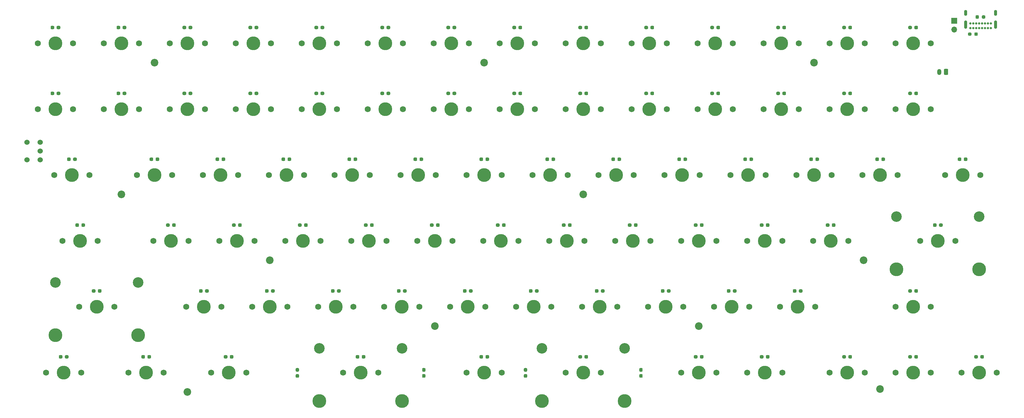
<source format=gbr>
%TF.GenerationSoftware,KiCad,Pcbnew,(5.1.9)-1*%
%TF.CreationDate,2021-08-25T16:21:07-05:00*%
%TF.ProjectId,Full_75,46756c6c-5f37-4352-9e6b-696361645f70,rev?*%
%TF.SameCoordinates,Original*%
%TF.FileFunction,Soldermask,Top*%
%TF.FilePolarity,Negative*%
%FSLAX46Y46*%
G04 Gerber Fmt 4.6, Leading zero omitted, Abs format (unit mm)*
G04 Created by KiCad (PCBNEW (5.1.9)-1) date 2021-08-25 16:21:07*
%MOMM*%
%LPD*%
G01*
G04 APERTURE LIST*
%ADD10C,2.200000*%
%ADD11C,1.524000*%
%ADD12O,1.200000X1.750000*%
%ADD13C,3.987800*%
%ADD14C,3.048000*%
%ADD15C,1.750000*%
%ADD16O,0.900000X1.700000*%
%ADD17O,0.900000X2.400000*%
%ADD18C,0.650000*%
%ADD19O,1.700000X1.700000*%
%ADD20R,1.700000X1.700000*%
G04 APERTURE END LIST*
D10*
%TO.C,REF\u002A\u002A*%
X101593472Y-96037579D03*
%TD*%
%TO.C,REF\u002A\u002A*%
X163501994Y-38891251D03*
%TD*%
%TO.C,REF\u002A\u002A*%
X68258114Y-38891251D03*
%TD*%
%TO.C,REF\u002A\u002A*%
X258745874Y-38891251D03*
%TD*%
%TO.C,REF\u002A\u002A*%
X192075158Y-76988803D03*
%TD*%
%TO.C,REF\u002A\u002A*%
X58733726Y-76988803D03*
%TD*%
%TO.C,REF\u002A\u002A*%
X273032456Y-96037579D03*
%TD*%
%TO.C,REF\u002A\u002A*%
X77782502Y-134135131D03*
%TD*%
%TO.C,REF\u002A\u002A*%
X149215412Y-115086355D03*
%TD*%
%TO.C,REF\u002A\u002A*%
X225410516Y-115086355D03*
%TD*%
%TO.C,REF\u002A\u002A*%
X277794650Y-133341432D03*
%TD*%
D11*
%TO.C,J2*%
X35240562Y-61910970D03*
X31481362Y-61910970D03*
X31481362Y-66990970D03*
X35240562Y-64450970D03*
X35240562Y-66990970D03*
%TD*%
D12*
%TO.C,J1*%
X294828562Y-41590970D03*
G36*
G01*
X297428562Y-40965969D02*
X297428562Y-42215971D01*
G75*
G02*
X297178563Y-42465970I-249999J0D01*
G01*
X296478561Y-42465970D01*
G75*
G02*
X296228562Y-42215971I0J249999D01*
G01*
X296228562Y-40965969D01*
G75*
G02*
X296478561Y-40715970I249999J0D01*
G01*
X297178563Y-40715970D01*
G75*
G02*
X297428562Y-40965969I0J-249999D01*
G01*
G37*
%TD*%
%TO.C,MX93*%
G36*
G01*
X294813706Y-86147798D02*
X294813706Y-85672798D01*
G75*
G02*
X295051206Y-85435298I237500J0D01*
G01*
X295626206Y-85435298D01*
G75*
G02*
X295863706Y-85672798I0J-237500D01*
G01*
X295863706Y-86147798D01*
G75*
G02*
X295626206Y-86385298I-237500J0D01*
G01*
X295051206Y-86385298D01*
G75*
G02*
X294813706Y-86147798I0J237500D01*
G01*
G37*
G36*
G01*
X293063706Y-86147798D02*
X293063706Y-85672798D01*
G75*
G02*
X293301206Y-85435298I237500J0D01*
G01*
X293876206Y-85435298D01*
G75*
G02*
X294113706Y-85672798I0J-237500D01*
G01*
X294113706Y-86147798D01*
G75*
G02*
X293876206Y-86385298I-237500J0D01*
G01*
X293301206Y-86385298D01*
G75*
G02*
X293063706Y-86147798I0J237500D01*
G01*
G37*
D13*
X306401706Y-98737298D03*
X282525706Y-98737298D03*
D14*
X306401706Y-83497298D03*
X282525706Y-83497298D03*
D15*
X289383706Y-90482298D03*
X299543706Y-90482298D03*
D13*
X294463706Y-90482298D03*
%TD*%
%TO.C,MX45*%
G36*
G01*
X128137222Y-124245350D02*
X128137222Y-123770350D01*
G75*
G02*
X128374722Y-123532850I237500J0D01*
G01*
X128949722Y-123532850D01*
G75*
G02*
X129187222Y-123770350I0J-237500D01*
G01*
X129187222Y-124245350D01*
G75*
G02*
X128949722Y-124482850I-237500J0D01*
G01*
X128374722Y-124482850D01*
G75*
G02*
X128137222Y-124245350I0J237500D01*
G01*
G37*
G36*
G01*
X126387222Y-124245350D02*
X126387222Y-123770350D01*
G75*
G02*
X126624722Y-123532850I237500J0D01*
G01*
X127199722Y-123532850D01*
G75*
G02*
X127437222Y-123770350I0J-237500D01*
G01*
X127437222Y-124245350D01*
G75*
G02*
X127199722Y-124482850I-237500J0D01*
G01*
X126624722Y-124482850D01*
G75*
G02*
X126387222Y-124245350I0J237500D01*
G01*
G37*
X139725222Y-136834850D03*
X115849222Y-136834850D03*
D14*
X139725222Y-121594850D03*
X115849222Y-121594850D03*
D15*
X122707222Y-128579850D03*
X132867222Y-128579850D03*
D13*
X127787222Y-128579850D03*
%TD*%
%TO.C,MX33*%
G36*
G01*
X66227782Y-124245350D02*
X66227782Y-123770350D01*
G75*
G02*
X66465282Y-123532850I237500J0D01*
G01*
X67040282Y-123532850D01*
G75*
G02*
X67277782Y-123770350I0J-237500D01*
G01*
X67277782Y-124245350D01*
G75*
G02*
X67040282Y-124482850I-237500J0D01*
G01*
X66465282Y-124482850D01*
G75*
G02*
X66227782Y-124245350I0J237500D01*
G01*
G37*
G36*
G01*
X64477782Y-124245350D02*
X64477782Y-123770350D01*
G75*
G02*
X64715282Y-123532850I237500J0D01*
G01*
X65290282Y-123532850D01*
G75*
G02*
X65527782Y-123770350I0J-237500D01*
G01*
X65527782Y-124245350D01*
G75*
G02*
X65290282Y-124482850I-237500J0D01*
G01*
X64715282Y-124482850D01*
G75*
G02*
X64477782Y-124245350I0J237500D01*
G01*
G37*
D15*
X60797782Y-128579850D03*
X70957782Y-128579850D03*
D13*
X65877782Y-128579850D03*
%TD*%
%TO.C,D4*%
G36*
G01*
X175169979Y-129010539D02*
X175644979Y-129010539D01*
G75*
G02*
X175882479Y-129248039I0J-237500D01*
G01*
X175882479Y-129823039D01*
G75*
G02*
X175644979Y-130060539I-237500J0D01*
G01*
X175169979Y-130060539D01*
G75*
G02*
X174932479Y-129823039I0J237500D01*
G01*
X174932479Y-129248039D01*
G75*
G02*
X175169979Y-129010539I237500J0D01*
G01*
G37*
G36*
G01*
X175169979Y-127260539D02*
X175644979Y-127260539D01*
G75*
G02*
X175882479Y-127498039I0J-237500D01*
G01*
X175882479Y-128073039D01*
G75*
G02*
X175644979Y-128310539I-237500J0D01*
G01*
X175169979Y-128310539D01*
G75*
G02*
X174932479Y-128073039I0J237500D01*
G01*
X174932479Y-127498039D01*
G75*
G02*
X175169979Y-127260539I237500J0D01*
G01*
G37*
%TD*%
%TO.C,D3*%
G36*
G01*
X208505337Y-129010539D02*
X208980337Y-129010539D01*
G75*
G02*
X209217837Y-129248039I0J-237500D01*
G01*
X209217837Y-129823039D01*
G75*
G02*
X208980337Y-130060539I-237500J0D01*
G01*
X208505337Y-130060539D01*
G75*
G02*
X208267837Y-129823039I0J237500D01*
G01*
X208267837Y-129248039D01*
G75*
G02*
X208505337Y-129010539I237500J0D01*
G01*
G37*
G36*
G01*
X208505337Y-127260539D02*
X208980337Y-127260539D01*
G75*
G02*
X209217837Y-127498039I0J-237500D01*
G01*
X209217837Y-128073039D01*
G75*
G02*
X208980337Y-128310539I-237500J0D01*
G01*
X208505337Y-128310539D01*
G75*
G02*
X208267837Y-128073039I0J237500D01*
G01*
X208267837Y-127498039D01*
G75*
G02*
X208505337Y-127260539I237500J0D01*
G01*
G37*
%TD*%
%TO.C,D2*%
G36*
G01*
X109292962Y-129010539D02*
X109767962Y-129010539D01*
G75*
G02*
X110005462Y-129248039I0J-237500D01*
G01*
X110005462Y-129823039D01*
G75*
G02*
X109767962Y-130060539I-237500J0D01*
G01*
X109292962Y-130060539D01*
G75*
G02*
X109055462Y-129823039I0J237500D01*
G01*
X109055462Y-129248039D01*
G75*
G02*
X109292962Y-129010539I237500J0D01*
G01*
G37*
G36*
G01*
X109292962Y-127260539D02*
X109767962Y-127260539D01*
G75*
G02*
X110005462Y-127498039I0J-237500D01*
G01*
X110005462Y-128073039D01*
G75*
G02*
X109767962Y-128310539I-237500J0D01*
G01*
X109292962Y-128310539D01*
G75*
G02*
X109055462Y-128073039I0J237500D01*
G01*
X109055462Y-127498039D01*
G75*
G02*
X109292962Y-127260539I237500J0D01*
G01*
G37*
%TD*%
%TO.C,D1*%
G36*
G01*
X145803116Y-129010539D02*
X146278116Y-129010539D01*
G75*
G02*
X146515616Y-129248039I0J-237500D01*
G01*
X146515616Y-129823039D01*
G75*
G02*
X146278116Y-130060539I-237500J0D01*
G01*
X145803116Y-130060539D01*
G75*
G02*
X145565616Y-129823039I0J237500D01*
G01*
X145565616Y-129248039D01*
G75*
G02*
X145803116Y-129010539I237500J0D01*
G01*
G37*
G36*
G01*
X145803116Y-127260539D02*
X146278116Y-127260539D01*
G75*
G02*
X146515616Y-127498039I0J-237500D01*
G01*
X146515616Y-128073039D01*
G75*
G02*
X146278116Y-128310539I-237500J0D01*
G01*
X145803116Y-128310539D01*
G75*
G02*
X145565616Y-128073039I0J237500D01*
G01*
X145565616Y-127498039D01*
G75*
G02*
X145803116Y-127260539I237500J0D01*
G01*
G37*
%TD*%
D16*
%TO.C,USB1*%
X311145562Y-24530970D03*
X302495562Y-24530970D03*
D17*
X311145562Y-27910970D03*
X302495562Y-27910970D03*
D18*
X309800562Y-27565970D03*
X308950562Y-27565970D03*
X308100562Y-27565970D03*
X307250562Y-27565970D03*
X306400562Y-27565970D03*
X305550562Y-27565970D03*
X304700562Y-27565970D03*
X303845562Y-27565970D03*
X309795562Y-28890970D03*
X308945562Y-28890970D03*
X308095562Y-28890970D03*
X307245562Y-28890970D03*
X306395562Y-28890970D03*
X304695562Y-28890970D03*
X303845562Y-28890970D03*
X305545562Y-28890970D03*
%TD*%
D19*
%TO.C,SW1*%
X299224523Y-29366863D03*
D20*
X299224523Y-26826863D03*
%TD*%
%TO.C,R2*%
G36*
G01*
X306318062Y-25478470D02*
X306318062Y-25953470D01*
G75*
G02*
X306080562Y-26190970I-237500J0D01*
G01*
X305580562Y-26190970D01*
G75*
G02*
X305343062Y-25953470I0J237500D01*
G01*
X305343062Y-25478470D01*
G75*
G02*
X305580562Y-25240970I237500J0D01*
G01*
X306080562Y-25240970D01*
G75*
G02*
X306318062Y-25478470I0J-237500D01*
G01*
G37*
G36*
G01*
X308143062Y-25478470D02*
X308143062Y-25953470D01*
G75*
G02*
X307905562Y-26190970I-237500J0D01*
G01*
X307405562Y-26190970D01*
G75*
G02*
X307168062Y-25953470I0J237500D01*
G01*
X307168062Y-25478470D01*
G75*
G02*
X307405562Y-25240970I237500J0D01*
G01*
X307905562Y-25240970D01*
G75*
G02*
X308143062Y-25478470I0J-237500D01*
G01*
G37*
%TD*%
%TO.C,R1*%
G36*
G01*
X305009062Y-30906470D02*
X305009062Y-30431470D01*
G75*
G02*
X305246562Y-30193970I237500J0D01*
G01*
X305746562Y-30193970D01*
G75*
G02*
X305984062Y-30431470I0J-237500D01*
G01*
X305984062Y-30906470D01*
G75*
G02*
X305746562Y-31143970I-237500J0D01*
G01*
X305246562Y-31143970D01*
G75*
G02*
X305009062Y-30906470I0J237500D01*
G01*
G37*
G36*
G01*
X303184062Y-30906470D02*
X303184062Y-30431470D01*
G75*
G02*
X303421562Y-30193970I237500J0D01*
G01*
X303921562Y-30193970D01*
G75*
G02*
X304159062Y-30431470I0J-237500D01*
G01*
X304159062Y-30906470D01*
G75*
G02*
X303921562Y-31143970I-237500J0D01*
G01*
X303421562Y-31143970D01*
G75*
G02*
X303184062Y-30906470I0J237500D01*
G01*
G37*
%TD*%
%TO.C,MX99*%
G36*
G01*
X287669650Y-48050246D02*
X287669650Y-47575246D01*
G75*
G02*
X287907150Y-47337746I237500J0D01*
G01*
X288482150Y-47337746D01*
G75*
G02*
X288719650Y-47575246I0J-237500D01*
G01*
X288719650Y-48050246D01*
G75*
G02*
X288482150Y-48287746I-237500J0D01*
G01*
X287907150Y-48287746D01*
G75*
G02*
X287669650Y-48050246I0J237500D01*
G01*
G37*
G36*
G01*
X285919650Y-48050246D02*
X285919650Y-47575246D01*
G75*
G02*
X286157150Y-47337746I237500J0D01*
G01*
X286732150Y-47337746D01*
G75*
G02*
X286969650Y-47575246I0J-237500D01*
G01*
X286969650Y-48050246D01*
G75*
G02*
X286732150Y-48287746I-237500J0D01*
G01*
X286157150Y-48287746D01*
G75*
G02*
X285919650Y-48050246I0J237500D01*
G01*
G37*
D15*
X282239650Y-52384746D03*
X292399650Y-52384746D03*
D13*
X287319650Y-52384746D03*
%TD*%
%TO.C,MX98*%
G36*
G01*
X287669650Y-29001470D02*
X287669650Y-28526470D01*
G75*
G02*
X287907150Y-28288970I237500J0D01*
G01*
X288482150Y-28288970D01*
G75*
G02*
X288719650Y-28526470I0J-237500D01*
G01*
X288719650Y-29001470D01*
G75*
G02*
X288482150Y-29238970I-237500J0D01*
G01*
X287907150Y-29238970D01*
G75*
G02*
X287669650Y-29001470I0J237500D01*
G01*
G37*
G36*
G01*
X285919650Y-29001470D02*
X285919650Y-28526470D01*
G75*
G02*
X286157150Y-28288970I237500J0D01*
G01*
X286732150Y-28288970D01*
G75*
G02*
X286969650Y-28526470I0J-237500D01*
G01*
X286969650Y-29001470D01*
G75*
G02*
X286732150Y-29238970I-237500J0D01*
G01*
X286157150Y-29238970D01*
G75*
G02*
X285919650Y-29001470I0J237500D01*
G01*
G37*
D15*
X282239650Y-33335970D03*
X292399650Y-33335970D03*
D13*
X287319650Y-33335970D03*
%TD*%
%TO.C,MX97*%
G36*
G01*
X306718426Y-124245350D02*
X306718426Y-123770350D01*
G75*
G02*
X306955926Y-123532850I237500J0D01*
G01*
X307530926Y-123532850D01*
G75*
G02*
X307768426Y-123770350I0J-237500D01*
G01*
X307768426Y-124245350D01*
G75*
G02*
X307530926Y-124482850I-237500J0D01*
G01*
X306955926Y-124482850D01*
G75*
G02*
X306718426Y-124245350I0J237500D01*
G01*
G37*
G36*
G01*
X304968426Y-124245350D02*
X304968426Y-123770350D01*
G75*
G02*
X305205926Y-123532850I237500J0D01*
G01*
X305780926Y-123532850D01*
G75*
G02*
X306018426Y-123770350I0J-237500D01*
G01*
X306018426Y-124245350D01*
G75*
G02*
X305780926Y-124482850I-237500J0D01*
G01*
X305205926Y-124482850D01*
G75*
G02*
X304968426Y-124245350I0J237500D01*
G01*
G37*
D15*
X301288426Y-128579850D03*
X311448426Y-128579850D03*
D13*
X306368426Y-128579850D03*
%TD*%
%TO.C,MX96*%
G36*
G01*
X300206538Y-67099022D02*
X300206538Y-66624022D01*
G75*
G02*
X300444038Y-66386522I237500J0D01*
G01*
X301019038Y-66386522D01*
G75*
G02*
X301256538Y-66624022I0J-237500D01*
G01*
X301256538Y-67099022D01*
G75*
G02*
X301019038Y-67336522I-237500J0D01*
G01*
X300444038Y-67336522D01*
G75*
G02*
X300206538Y-67099022I0J237500D01*
G01*
G37*
G36*
G01*
X301956538Y-67099022D02*
X301956538Y-66624022D01*
G75*
G02*
X302194038Y-66386522I237500J0D01*
G01*
X302769038Y-66386522D01*
G75*
G02*
X303006538Y-66624022I0J-237500D01*
G01*
X303006538Y-67099022D01*
G75*
G02*
X302769038Y-67336522I-237500J0D01*
G01*
X302194038Y-67336522D01*
G75*
G02*
X301956538Y-67099022I0J237500D01*
G01*
G37*
D15*
X296526538Y-71433522D03*
X306686538Y-71433522D03*
D13*
X301606538Y-71433522D03*
%TD*%
%TO.C,MX95*%
G36*
G01*
X287669650Y-124245350D02*
X287669650Y-123770350D01*
G75*
G02*
X287907150Y-123532850I237500J0D01*
G01*
X288482150Y-123532850D01*
G75*
G02*
X288719650Y-123770350I0J-237500D01*
G01*
X288719650Y-124245350D01*
G75*
G02*
X288482150Y-124482850I-237500J0D01*
G01*
X287907150Y-124482850D01*
G75*
G02*
X287669650Y-124245350I0J237500D01*
G01*
G37*
G36*
G01*
X285919650Y-124245350D02*
X285919650Y-123770350D01*
G75*
G02*
X286157150Y-123532850I237500J0D01*
G01*
X286732150Y-123532850D01*
G75*
G02*
X286969650Y-123770350I0J-237500D01*
G01*
X286969650Y-124245350D01*
G75*
G02*
X286732150Y-124482850I-237500J0D01*
G01*
X286157150Y-124482850D01*
G75*
G02*
X285919650Y-124245350I0J237500D01*
G01*
G37*
D15*
X282239650Y-128579850D03*
X292399650Y-128579850D03*
D13*
X287319650Y-128579850D03*
%TD*%
%TO.C,MX94*%
G36*
G01*
X287669650Y-105196574D02*
X287669650Y-104721574D01*
G75*
G02*
X287907150Y-104484074I237500J0D01*
G01*
X288482150Y-104484074D01*
G75*
G02*
X288719650Y-104721574I0J-237500D01*
G01*
X288719650Y-105196574D01*
G75*
G02*
X288482150Y-105434074I-237500J0D01*
G01*
X287907150Y-105434074D01*
G75*
G02*
X287669650Y-105196574I0J237500D01*
G01*
G37*
G36*
G01*
X285919650Y-105196574D02*
X285919650Y-104721574D01*
G75*
G02*
X286157150Y-104484074I237500J0D01*
G01*
X286732150Y-104484074D01*
G75*
G02*
X286969650Y-104721574I0J-237500D01*
G01*
X286969650Y-105196574D01*
G75*
G02*
X286732150Y-105434074I-237500J0D01*
G01*
X286157150Y-105434074D01*
G75*
G02*
X285919650Y-105196574I0J237500D01*
G01*
G37*
D15*
X282239650Y-109531074D03*
X292399650Y-109531074D03*
D13*
X287319650Y-109531074D03*
%TD*%
%TO.C,MX92*%
G36*
G01*
X278145262Y-67099022D02*
X278145262Y-66624022D01*
G75*
G02*
X278382762Y-66386522I237500J0D01*
G01*
X278957762Y-66386522D01*
G75*
G02*
X279195262Y-66624022I0J-237500D01*
G01*
X279195262Y-67099022D01*
G75*
G02*
X278957762Y-67336522I-237500J0D01*
G01*
X278382762Y-67336522D01*
G75*
G02*
X278145262Y-67099022I0J237500D01*
G01*
G37*
G36*
G01*
X276395262Y-67099022D02*
X276395262Y-66624022D01*
G75*
G02*
X276632762Y-66386522I237500J0D01*
G01*
X277207762Y-66386522D01*
G75*
G02*
X277445262Y-66624022I0J-237500D01*
G01*
X277445262Y-67099022D01*
G75*
G02*
X277207762Y-67336522I-237500J0D01*
G01*
X276632762Y-67336522D01*
G75*
G02*
X276395262Y-67099022I0J237500D01*
G01*
G37*
D15*
X272715262Y-71433522D03*
X282875262Y-71433522D03*
D13*
X277795262Y-71433522D03*
%TD*%
%TO.C,MX91*%
G36*
G01*
X268620874Y-48050246D02*
X268620874Y-47575246D01*
G75*
G02*
X268858374Y-47337746I237500J0D01*
G01*
X269433374Y-47337746D01*
G75*
G02*
X269670874Y-47575246I0J-237500D01*
G01*
X269670874Y-48050246D01*
G75*
G02*
X269433374Y-48287746I-237500J0D01*
G01*
X268858374Y-48287746D01*
G75*
G02*
X268620874Y-48050246I0J237500D01*
G01*
G37*
G36*
G01*
X266870874Y-48050246D02*
X266870874Y-47575246D01*
G75*
G02*
X267108374Y-47337746I237500J0D01*
G01*
X267683374Y-47337746D01*
G75*
G02*
X267920874Y-47575246I0J-237500D01*
G01*
X267920874Y-48050246D01*
G75*
G02*
X267683374Y-48287746I-237500J0D01*
G01*
X267108374Y-48287746D01*
G75*
G02*
X266870874Y-48050246I0J237500D01*
G01*
G37*
D15*
X263190874Y-52384746D03*
X273350874Y-52384746D03*
D13*
X268270874Y-52384746D03*
%TD*%
%TO.C,MX90*%
G36*
G01*
X268620874Y-29001470D02*
X268620874Y-28526470D01*
G75*
G02*
X268858374Y-28288970I237500J0D01*
G01*
X269433374Y-28288970D01*
G75*
G02*
X269670874Y-28526470I0J-237500D01*
G01*
X269670874Y-29001470D01*
G75*
G02*
X269433374Y-29238970I-237500J0D01*
G01*
X268858374Y-29238970D01*
G75*
G02*
X268620874Y-29001470I0J237500D01*
G01*
G37*
G36*
G01*
X266870874Y-29001470D02*
X266870874Y-28526470D01*
G75*
G02*
X267108374Y-28288970I237500J0D01*
G01*
X267683374Y-28288970D01*
G75*
G02*
X267920874Y-28526470I0J-237500D01*
G01*
X267920874Y-29001470D01*
G75*
G02*
X267683374Y-29238970I-237500J0D01*
G01*
X267108374Y-29238970D01*
G75*
G02*
X266870874Y-29001470I0J237500D01*
G01*
G37*
D15*
X263190874Y-33335970D03*
X273350874Y-33335970D03*
D13*
X268270874Y-33335970D03*
%TD*%
%TO.C,MX89*%
G36*
G01*
X263858680Y-86147798D02*
X263858680Y-85672798D01*
G75*
G02*
X264096180Y-85435298I237500J0D01*
G01*
X264671180Y-85435298D01*
G75*
G02*
X264908680Y-85672798I0J-237500D01*
G01*
X264908680Y-86147798D01*
G75*
G02*
X264671180Y-86385298I-237500J0D01*
G01*
X264096180Y-86385298D01*
G75*
G02*
X263858680Y-86147798I0J237500D01*
G01*
G37*
G36*
G01*
X262108680Y-86147798D02*
X262108680Y-85672798D01*
G75*
G02*
X262346180Y-85435298I237500J0D01*
G01*
X262921180Y-85435298D01*
G75*
G02*
X263158680Y-85672798I0J-237500D01*
G01*
X263158680Y-86147798D01*
G75*
G02*
X262921180Y-86385298I-237500J0D01*
G01*
X262346180Y-86385298D01*
G75*
G02*
X262108680Y-86147798I0J237500D01*
G01*
G37*
D15*
X258428680Y-90482298D03*
X268588680Y-90482298D03*
D13*
X263508680Y-90482298D03*
%TD*%
%TO.C,MX88*%
G36*
G01*
X259096486Y-67099022D02*
X259096486Y-66624022D01*
G75*
G02*
X259333986Y-66386522I237500J0D01*
G01*
X259908986Y-66386522D01*
G75*
G02*
X260146486Y-66624022I0J-237500D01*
G01*
X260146486Y-67099022D01*
G75*
G02*
X259908986Y-67336522I-237500J0D01*
G01*
X259333986Y-67336522D01*
G75*
G02*
X259096486Y-67099022I0J237500D01*
G01*
G37*
G36*
G01*
X257346486Y-67099022D02*
X257346486Y-66624022D01*
G75*
G02*
X257583986Y-66386522I237500J0D01*
G01*
X258158986Y-66386522D01*
G75*
G02*
X258396486Y-66624022I0J-237500D01*
G01*
X258396486Y-67099022D01*
G75*
G02*
X258158986Y-67336522I-237500J0D01*
G01*
X257583986Y-67336522D01*
G75*
G02*
X257346486Y-67099022I0J237500D01*
G01*
G37*
D15*
X253666486Y-71433522D03*
X263826486Y-71433522D03*
D13*
X258746486Y-71433522D03*
%TD*%
%TO.C,MX87*%
G36*
G01*
X249572098Y-48050246D02*
X249572098Y-47575246D01*
G75*
G02*
X249809598Y-47337746I237500J0D01*
G01*
X250384598Y-47337746D01*
G75*
G02*
X250622098Y-47575246I0J-237500D01*
G01*
X250622098Y-48050246D01*
G75*
G02*
X250384598Y-48287746I-237500J0D01*
G01*
X249809598Y-48287746D01*
G75*
G02*
X249572098Y-48050246I0J237500D01*
G01*
G37*
G36*
G01*
X247822098Y-48050246D02*
X247822098Y-47575246D01*
G75*
G02*
X248059598Y-47337746I237500J0D01*
G01*
X248634598Y-47337746D01*
G75*
G02*
X248872098Y-47575246I0J-237500D01*
G01*
X248872098Y-48050246D01*
G75*
G02*
X248634598Y-48287746I-237500J0D01*
G01*
X248059598Y-48287746D01*
G75*
G02*
X247822098Y-48050246I0J237500D01*
G01*
G37*
D15*
X244142098Y-52384746D03*
X254302098Y-52384746D03*
D13*
X249222098Y-52384746D03*
%TD*%
%TO.C,MX86*%
G36*
G01*
X249572098Y-29001470D02*
X249572098Y-28526470D01*
G75*
G02*
X249809598Y-28288970I237500J0D01*
G01*
X250384598Y-28288970D01*
G75*
G02*
X250622098Y-28526470I0J-237500D01*
G01*
X250622098Y-29001470D01*
G75*
G02*
X250384598Y-29238970I-237500J0D01*
G01*
X249809598Y-29238970D01*
G75*
G02*
X249572098Y-29001470I0J237500D01*
G01*
G37*
G36*
G01*
X247822098Y-29001470D02*
X247822098Y-28526470D01*
G75*
G02*
X248059598Y-28288970I237500J0D01*
G01*
X248634598Y-28288970D01*
G75*
G02*
X248872098Y-28526470I0J-237500D01*
G01*
X248872098Y-29001470D01*
G75*
G02*
X248634598Y-29238970I-237500J0D01*
G01*
X248059598Y-29238970D01*
G75*
G02*
X247822098Y-29001470I0J237500D01*
G01*
G37*
D15*
X244142098Y-33335970D03*
X254302098Y-33335970D03*
D13*
X249222098Y-33335970D03*
%TD*%
%TO.C,MX85*%
G36*
G01*
X268620874Y-124245350D02*
X268620874Y-123770350D01*
G75*
G02*
X268858374Y-123532850I237500J0D01*
G01*
X269433374Y-123532850D01*
G75*
G02*
X269670874Y-123770350I0J-237500D01*
G01*
X269670874Y-124245350D01*
G75*
G02*
X269433374Y-124482850I-237500J0D01*
G01*
X268858374Y-124482850D01*
G75*
G02*
X268620874Y-124245350I0J237500D01*
G01*
G37*
G36*
G01*
X266870874Y-124245350D02*
X266870874Y-123770350D01*
G75*
G02*
X267108374Y-123532850I237500J0D01*
G01*
X267683374Y-123532850D01*
G75*
G02*
X267920874Y-123770350I0J-237500D01*
G01*
X267920874Y-124245350D01*
G75*
G02*
X267683374Y-124482850I-237500J0D01*
G01*
X267108374Y-124482850D01*
G75*
G02*
X266870874Y-124245350I0J237500D01*
G01*
G37*
D15*
X263190874Y-128579850D03*
X273350874Y-128579850D03*
D13*
X268270874Y-128579850D03*
%TD*%
%TO.C,MX84*%
G36*
G01*
X254334292Y-105196574D02*
X254334292Y-104721574D01*
G75*
G02*
X254571792Y-104484074I237500J0D01*
G01*
X255146792Y-104484074D01*
G75*
G02*
X255384292Y-104721574I0J-237500D01*
G01*
X255384292Y-105196574D01*
G75*
G02*
X255146792Y-105434074I-237500J0D01*
G01*
X254571792Y-105434074D01*
G75*
G02*
X254334292Y-105196574I0J237500D01*
G01*
G37*
G36*
G01*
X252584292Y-105196574D02*
X252584292Y-104721574D01*
G75*
G02*
X252821792Y-104484074I237500J0D01*
G01*
X253396792Y-104484074D01*
G75*
G02*
X253634292Y-104721574I0J-237500D01*
G01*
X253634292Y-105196574D01*
G75*
G02*
X253396792Y-105434074I-237500J0D01*
G01*
X252821792Y-105434074D01*
G75*
G02*
X252584292Y-105196574I0J237500D01*
G01*
G37*
D15*
X248904292Y-109531074D03*
X259064292Y-109531074D03*
D13*
X253984292Y-109531074D03*
%TD*%
%TO.C,MX83*%
G36*
G01*
X244809904Y-86147798D02*
X244809904Y-85672798D01*
G75*
G02*
X245047404Y-85435298I237500J0D01*
G01*
X245622404Y-85435298D01*
G75*
G02*
X245859904Y-85672798I0J-237500D01*
G01*
X245859904Y-86147798D01*
G75*
G02*
X245622404Y-86385298I-237500J0D01*
G01*
X245047404Y-86385298D01*
G75*
G02*
X244809904Y-86147798I0J237500D01*
G01*
G37*
G36*
G01*
X243059904Y-86147798D02*
X243059904Y-85672798D01*
G75*
G02*
X243297404Y-85435298I237500J0D01*
G01*
X243872404Y-85435298D01*
G75*
G02*
X244109904Y-85672798I0J-237500D01*
G01*
X244109904Y-86147798D01*
G75*
G02*
X243872404Y-86385298I-237500J0D01*
G01*
X243297404Y-86385298D01*
G75*
G02*
X243059904Y-86147798I0J237500D01*
G01*
G37*
D15*
X239379904Y-90482298D03*
X249539904Y-90482298D03*
D13*
X244459904Y-90482298D03*
%TD*%
%TO.C,MX82*%
G36*
G01*
X240047710Y-67099022D02*
X240047710Y-66624022D01*
G75*
G02*
X240285210Y-66386522I237500J0D01*
G01*
X240860210Y-66386522D01*
G75*
G02*
X241097710Y-66624022I0J-237500D01*
G01*
X241097710Y-67099022D01*
G75*
G02*
X240860210Y-67336522I-237500J0D01*
G01*
X240285210Y-67336522D01*
G75*
G02*
X240047710Y-67099022I0J237500D01*
G01*
G37*
G36*
G01*
X238297710Y-67099022D02*
X238297710Y-66624022D01*
G75*
G02*
X238535210Y-66386522I237500J0D01*
G01*
X239110210Y-66386522D01*
G75*
G02*
X239347710Y-66624022I0J-237500D01*
G01*
X239347710Y-67099022D01*
G75*
G02*
X239110210Y-67336522I-237500J0D01*
G01*
X238535210Y-67336522D01*
G75*
G02*
X238297710Y-67099022I0J237500D01*
G01*
G37*
D15*
X234617710Y-71433522D03*
X244777710Y-71433522D03*
D13*
X239697710Y-71433522D03*
%TD*%
%TO.C,MX81*%
G36*
G01*
X230523322Y-48050246D02*
X230523322Y-47575246D01*
G75*
G02*
X230760822Y-47337746I237500J0D01*
G01*
X231335822Y-47337746D01*
G75*
G02*
X231573322Y-47575246I0J-237500D01*
G01*
X231573322Y-48050246D01*
G75*
G02*
X231335822Y-48287746I-237500J0D01*
G01*
X230760822Y-48287746D01*
G75*
G02*
X230523322Y-48050246I0J237500D01*
G01*
G37*
G36*
G01*
X228773322Y-48050246D02*
X228773322Y-47575246D01*
G75*
G02*
X229010822Y-47337746I237500J0D01*
G01*
X229585822Y-47337746D01*
G75*
G02*
X229823322Y-47575246I0J-237500D01*
G01*
X229823322Y-48050246D01*
G75*
G02*
X229585822Y-48287746I-237500J0D01*
G01*
X229010822Y-48287746D01*
G75*
G02*
X228773322Y-48050246I0J237500D01*
G01*
G37*
D15*
X225093322Y-52384746D03*
X235253322Y-52384746D03*
D13*
X230173322Y-52384746D03*
%TD*%
%TO.C,MX80*%
G36*
G01*
X230523322Y-29001470D02*
X230523322Y-28526470D01*
G75*
G02*
X230760822Y-28288970I237500J0D01*
G01*
X231335822Y-28288970D01*
G75*
G02*
X231573322Y-28526470I0J-237500D01*
G01*
X231573322Y-29001470D01*
G75*
G02*
X231335822Y-29238970I-237500J0D01*
G01*
X230760822Y-29238970D01*
G75*
G02*
X230523322Y-29001470I0J237500D01*
G01*
G37*
G36*
G01*
X228773322Y-29001470D02*
X228773322Y-28526470D01*
G75*
G02*
X229010822Y-28288970I237500J0D01*
G01*
X229585822Y-28288970D01*
G75*
G02*
X229823322Y-28526470I0J-237500D01*
G01*
X229823322Y-29001470D01*
G75*
G02*
X229585822Y-29238970I-237500J0D01*
G01*
X229010822Y-29238970D01*
G75*
G02*
X228773322Y-29001470I0J237500D01*
G01*
G37*
D15*
X225093322Y-33335970D03*
X235253322Y-33335970D03*
D13*
X230173322Y-33335970D03*
%TD*%
%TO.C,MX79*%
G36*
G01*
X244809904Y-124245350D02*
X244809904Y-123770350D01*
G75*
G02*
X245047404Y-123532850I237500J0D01*
G01*
X245622404Y-123532850D01*
G75*
G02*
X245859904Y-123770350I0J-237500D01*
G01*
X245859904Y-124245350D01*
G75*
G02*
X245622404Y-124482850I-237500J0D01*
G01*
X245047404Y-124482850D01*
G75*
G02*
X244809904Y-124245350I0J237500D01*
G01*
G37*
G36*
G01*
X243059904Y-124245350D02*
X243059904Y-123770350D01*
G75*
G02*
X243297404Y-123532850I237500J0D01*
G01*
X243872404Y-123532850D01*
G75*
G02*
X244109904Y-123770350I0J-237500D01*
G01*
X244109904Y-124245350D01*
G75*
G02*
X243872404Y-124482850I-237500J0D01*
G01*
X243297404Y-124482850D01*
G75*
G02*
X243059904Y-124245350I0J237500D01*
G01*
G37*
D15*
X239379904Y-128579850D03*
X249539904Y-128579850D03*
D13*
X244459904Y-128579850D03*
%TD*%
%TO.C,MX78*%
G36*
G01*
X235285516Y-105196574D02*
X235285516Y-104721574D01*
G75*
G02*
X235523016Y-104484074I237500J0D01*
G01*
X236098016Y-104484074D01*
G75*
G02*
X236335516Y-104721574I0J-237500D01*
G01*
X236335516Y-105196574D01*
G75*
G02*
X236098016Y-105434074I-237500J0D01*
G01*
X235523016Y-105434074D01*
G75*
G02*
X235285516Y-105196574I0J237500D01*
G01*
G37*
G36*
G01*
X233535516Y-105196574D02*
X233535516Y-104721574D01*
G75*
G02*
X233773016Y-104484074I237500J0D01*
G01*
X234348016Y-104484074D01*
G75*
G02*
X234585516Y-104721574I0J-237500D01*
G01*
X234585516Y-105196574D01*
G75*
G02*
X234348016Y-105434074I-237500J0D01*
G01*
X233773016Y-105434074D01*
G75*
G02*
X233535516Y-105196574I0J237500D01*
G01*
G37*
D15*
X229855516Y-109531074D03*
X240015516Y-109531074D03*
D13*
X234935516Y-109531074D03*
%TD*%
%TO.C,MX77*%
G36*
G01*
X225761128Y-86147798D02*
X225761128Y-85672798D01*
G75*
G02*
X225998628Y-85435298I237500J0D01*
G01*
X226573628Y-85435298D01*
G75*
G02*
X226811128Y-85672798I0J-237500D01*
G01*
X226811128Y-86147798D01*
G75*
G02*
X226573628Y-86385298I-237500J0D01*
G01*
X225998628Y-86385298D01*
G75*
G02*
X225761128Y-86147798I0J237500D01*
G01*
G37*
G36*
G01*
X224011128Y-86147798D02*
X224011128Y-85672798D01*
G75*
G02*
X224248628Y-85435298I237500J0D01*
G01*
X224823628Y-85435298D01*
G75*
G02*
X225061128Y-85672798I0J-237500D01*
G01*
X225061128Y-86147798D01*
G75*
G02*
X224823628Y-86385298I-237500J0D01*
G01*
X224248628Y-86385298D01*
G75*
G02*
X224011128Y-86147798I0J237500D01*
G01*
G37*
D15*
X220331128Y-90482298D03*
X230491128Y-90482298D03*
D13*
X225411128Y-90482298D03*
%TD*%
%TO.C,MX76*%
G36*
G01*
X220998934Y-67099022D02*
X220998934Y-66624022D01*
G75*
G02*
X221236434Y-66386522I237500J0D01*
G01*
X221811434Y-66386522D01*
G75*
G02*
X222048934Y-66624022I0J-237500D01*
G01*
X222048934Y-67099022D01*
G75*
G02*
X221811434Y-67336522I-237500J0D01*
G01*
X221236434Y-67336522D01*
G75*
G02*
X220998934Y-67099022I0J237500D01*
G01*
G37*
G36*
G01*
X219248934Y-67099022D02*
X219248934Y-66624022D01*
G75*
G02*
X219486434Y-66386522I237500J0D01*
G01*
X220061434Y-66386522D01*
G75*
G02*
X220298934Y-66624022I0J-237500D01*
G01*
X220298934Y-67099022D01*
G75*
G02*
X220061434Y-67336522I-237500J0D01*
G01*
X219486434Y-67336522D01*
G75*
G02*
X219248934Y-67099022I0J237500D01*
G01*
G37*
D15*
X215568934Y-71433522D03*
X225728934Y-71433522D03*
D13*
X220648934Y-71433522D03*
%TD*%
%TO.C,MX75*%
G36*
G01*
X211474546Y-48050246D02*
X211474546Y-47575246D01*
G75*
G02*
X211712046Y-47337746I237500J0D01*
G01*
X212287046Y-47337746D01*
G75*
G02*
X212524546Y-47575246I0J-237500D01*
G01*
X212524546Y-48050246D01*
G75*
G02*
X212287046Y-48287746I-237500J0D01*
G01*
X211712046Y-48287746D01*
G75*
G02*
X211474546Y-48050246I0J237500D01*
G01*
G37*
G36*
G01*
X209724546Y-48050246D02*
X209724546Y-47575246D01*
G75*
G02*
X209962046Y-47337746I237500J0D01*
G01*
X210537046Y-47337746D01*
G75*
G02*
X210774546Y-47575246I0J-237500D01*
G01*
X210774546Y-48050246D01*
G75*
G02*
X210537046Y-48287746I-237500J0D01*
G01*
X209962046Y-48287746D01*
G75*
G02*
X209724546Y-48050246I0J237500D01*
G01*
G37*
D15*
X206044546Y-52384746D03*
X216204546Y-52384746D03*
D13*
X211124546Y-52384746D03*
%TD*%
%TO.C,MX74*%
G36*
G01*
X211474546Y-29001470D02*
X211474546Y-28526470D01*
G75*
G02*
X211712046Y-28288970I237500J0D01*
G01*
X212287046Y-28288970D01*
G75*
G02*
X212524546Y-28526470I0J-237500D01*
G01*
X212524546Y-29001470D01*
G75*
G02*
X212287046Y-29238970I-237500J0D01*
G01*
X211712046Y-29238970D01*
G75*
G02*
X211474546Y-29001470I0J237500D01*
G01*
G37*
G36*
G01*
X209724546Y-29001470D02*
X209724546Y-28526470D01*
G75*
G02*
X209962046Y-28288970I237500J0D01*
G01*
X210537046Y-28288970D01*
G75*
G02*
X210774546Y-28526470I0J-237500D01*
G01*
X210774546Y-29001470D01*
G75*
G02*
X210537046Y-29238970I-237500J0D01*
G01*
X209962046Y-29238970D01*
G75*
G02*
X209724546Y-29001470I0J237500D01*
G01*
G37*
D15*
X206044546Y-33335970D03*
X216204546Y-33335970D03*
D13*
X211124546Y-33335970D03*
%TD*%
%TO.C,MX73*%
G36*
G01*
X225761128Y-124245350D02*
X225761128Y-123770350D01*
G75*
G02*
X225998628Y-123532850I237500J0D01*
G01*
X226573628Y-123532850D01*
G75*
G02*
X226811128Y-123770350I0J-237500D01*
G01*
X226811128Y-124245350D01*
G75*
G02*
X226573628Y-124482850I-237500J0D01*
G01*
X225998628Y-124482850D01*
G75*
G02*
X225761128Y-124245350I0J237500D01*
G01*
G37*
G36*
G01*
X224011128Y-124245350D02*
X224011128Y-123770350D01*
G75*
G02*
X224248628Y-123532850I237500J0D01*
G01*
X224823628Y-123532850D01*
G75*
G02*
X225061128Y-123770350I0J-237500D01*
G01*
X225061128Y-124245350D01*
G75*
G02*
X224823628Y-124482850I-237500J0D01*
G01*
X224248628Y-124482850D01*
G75*
G02*
X224011128Y-124245350I0J237500D01*
G01*
G37*
D15*
X220331128Y-128579850D03*
X230491128Y-128579850D03*
D13*
X225411128Y-128579850D03*
%TD*%
%TO.C,MX72*%
G36*
G01*
X216236740Y-105196574D02*
X216236740Y-104721574D01*
G75*
G02*
X216474240Y-104484074I237500J0D01*
G01*
X217049240Y-104484074D01*
G75*
G02*
X217286740Y-104721574I0J-237500D01*
G01*
X217286740Y-105196574D01*
G75*
G02*
X217049240Y-105434074I-237500J0D01*
G01*
X216474240Y-105434074D01*
G75*
G02*
X216236740Y-105196574I0J237500D01*
G01*
G37*
G36*
G01*
X214486740Y-105196574D02*
X214486740Y-104721574D01*
G75*
G02*
X214724240Y-104484074I237500J0D01*
G01*
X215299240Y-104484074D01*
G75*
G02*
X215536740Y-104721574I0J-237500D01*
G01*
X215536740Y-105196574D01*
G75*
G02*
X215299240Y-105434074I-237500J0D01*
G01*
X214724240Y-105434074D01*
G75*
G02*
X214486740Y-105196574I0J237500D01*
G01*
G37*
D15*
X210806740Y-109531074D03*
X220966740Y-109531074D03*
D13*
X215886740Y-109531074D03*
%TD*%
%TO.C,MX71*%
G36*
G01*
X206712352Y-86147798D02*
X206712352Y-85672798D01*
G75*
G02*
X206949852Y-85435298I237500J0D01*
G01*
X207524852Y-85435298D01*
G75*
G02*
X207762352Y-85672798I0J-237500D01*
G01*
X207762352Y-86147798D01*
G75*
G02*
X207524852Y-86385298I-237500J0D01*
G01*
X206949852Y-86385298D01*
G75*
G02*
X206712352Y-86147798I0J237500D01*
G01*
G37*
G36*
G01*
X204962352Y-86147798D02*
X204962352Y-85672798D01*
G75*
G02*
X205199852Y-85435298I237500J0D01*
G01*
X205774852Y-85435298D01*
G75*
G02*
X206012352Y-85672798I0J-237500D01*
G01*
X206012352Y-86147798D01*
G75*
G02*
X205774852Y-86385298I-237500J0D01*
G01*
X205199852Y-86385298D01*
G75*
G02*
X204962352Y-86147798I0J237500D01*
G01*
G37*
D15*
X201282352Y-90482298D03*
X211442352Y-90482298D03*
D13*
X206362352Y-90482298D03*
%TD*%
%TO.C,MX70*%
G36*
G01*
X201950158Y-67099022D02*
X201950158Y-66624022D01*
G75*
G02*
X202187658Y-66386522I237500J0D01*
G01*
X202762658Y-66386522D01*
G75*
G02*
X203000158Y-66624022I0J-237500D01*
G01*
X203000158Y-67099022D01*
G75*
G02*
X202762658Y-67336522I-237500J0D01*
G01*
X202187658Y-67336522D01*
G75*
G02*
X201950158Y-67099022I0J237500D01*
G01*
G37*
G36*
G01*
X200200158Y-67099022D02*
X200200158Y-66624022D01*
G75*
G02*
X200437658Y-66386522I237500J0D01*
G01*
X201012658Y-66386522D01*
G75*
G02*
X201250158Y-66624022I0J-237500D01*
G01*
X201250158Y-67099022D01*
G75*
G02*
X201012658Y-67336522I-237500J0D01*
G01*
X200437658Y-67336522D01*
G75*
G02*
X200200158Y-67099022I0J237500D01*
G01*
G37*
D15*
X196520158Y-71433522D03*
X206680158Y-71433522D03*
D13*
X201600158Y-71433522D03*
%TD*%
%TO.C,MX69*%
G36*
G01*
X192425770Y-48050246D02*
X192425770Y-47575246D01*
G75*
G02*
X192663270Y-47337746I237500J0D01*
G01*
X193238270Y-47337746D01*
G75*
G02*
X193475770Y-47575246I0J-237500D01*
G01*
X193475770Y-48050246D01*
G75*
G02*
X193238270Y-48287746I-237500J0D01*
G01*
X192663270Y-48287746D01*
G75*
G02*
X192425770Y-48050246I0J237500D01*
G01*
G37*
G36*
G01*
X190675770Y-48050246D02*
X190675770Y-47575246D01*
G75*
G02*
X190913270Y-47337746I237500J0D01*
G01*
X191488270Y-47337746D01*
G75*
G02*
X191725770Y-47575246I0J-237500D01*
G01*
X191725770Y-48050246D01*
G75*
G02*
X191488270Y-48287746I-237500J0D01*
G01*
X190913270Y-48287746D01*
G75*
G02*
X190675770Y-48050246I0J237500D01*
G01*
G37*
D15*
X186995770Y-52384746D03*
X197155770Y-52384746D03*
D13*
X192075770Y-52384746D03*
%TD*%
%TO.C,MX68*%
G36*
G01*
X192425770Y-29001470D02*
X192425770Y-28526470D01*
G75*
G02*
X192663270Y-28288970I237500J0D01*
G01*
X193238270Y-28288970D01*
G75*
G02*
X193475770Y-28526470I0J-237500D01*
G01*
X193475770Y-29001470D01*
G75*
G02*
X193238270Y-29238970I-237500J0D01*
G01*
X192663270Y-29238970D01*
G75*
G02*
X192425770Y-29001470I0J237500D01*
G01*
G37*
G36*
G01*
X190675770Y-29001470D02*
X190675770Y-28526470D01*
G75*
G02*
X190913270Y-28288970I237500J0D01*
G01*
X191488270Y-28288970D01*
G75*
G02*
X191725770Y-28526470I0J-237500D01*
G01*
X191725770Y-29001470D01*
G75*
G02*
X191488270Y-29238970I-237500J0D01*
G01*
X190913270Y-29238970D01*
G75*
G02*
X190675770Y-29001470I0J237500D01*
G01*
G37*
D15*
X186995770Y-33335970D03*
X197155770Y-33335970D03*
D13*
X192075770Y-33335970D03*
%TD*%
%TO.C,MX67*%
G36*
G01*
X197187964Y-105196574D02*
X197187964Y-104721574D01*
G75*
G02*
X197425464Y-104484074I237500J0D01*
G01*
X198000464Y-104484074D01*
G75*
G02*
X198237964Y-104721574I0J-237500D01*
G01*
X198237964Y-105196574D01*
G75*
G02*
X198000464Y-105434074I-237500J0D01*
G01*
X197425464Y-105434074D01*
G75*
G02*
X197187964Y-105196574I0J237500D01*
G01*
G37*
G36*
G01*
X195437964Y-105196574D02*
X195437964Y-104721574D01*
G75*
G02*
X195675464Y-104484074I237500J0D01*
G01*
X196250464Y-104484074D01*
G75*
G02*
X196487964Y-104721574I0J-237500D01*
G01*
X196487964Y-105196574D01*
G75*
G02*
X196250464Y-105434074I-237500J0D01*
G01*
X195675464Y-105434074D01*
G75*
G02*
X195437964Y-105196574I0J237500D01*
G01*
G37*
D15*
X191757964Y-109531074D03*
X201917964Y-109531074D03*
D13*
X196837964Y-109531074D03*
%TD*%
%TO.C,MX66*%
G36*
G01*
X187663576Y-86147798D02*
X187663576Y-85672798D01*
G75*
G02*
X187901076Y-85435298I237500J0D01*
G01*
X188476076Y-85435298D01*
G75*
G02*
X188713576Y-85672798I0J-237500D01*
G01*
X188713576Y-86147798D01*
G75*
G02*
X188476076Y-86385298I-237500J0D01*
G01*
X187901076Y-86385298D01*
G75*
G02*
X187663576Y-86147798I0J237500D01*
G01*
G37*
G36*
G01*
X185913576Y-86147798D02*
X185913576Y-85672798D01*
G75*
G02*
X186151076Y-85435298I237500J0D01*
G01*
X186726076Y-85435298D01*
G75*
G02*
X186963576Y-85672798I0J-237500D01*
G01*
X186963576Y-86147798D01*
G75*
G02*
X186726076Y-86385298I-237500J0D01*
G01*
X186151076Y-86385298D01*
G75*
G02*
X185913576Y-86147798I0J237500D01*
G01*
G37*
D15*
X182233576Y-90482298D03*
X192393576Y-90482298D03*
D13*
X187313576Y-90482298D03*
%TD*%
%TO.C,MX65*%
G36*
G01*
X182901382Y-67099022D02*
X182901382Y-66624022D01*
G75*
G02*
X183138882Y-66386522I237500J0D01*
G01*
X183713882Y-66386522D01*
G75*
G02*
X183951382Y-66624022I0J-237500D01*
G01*
X183951382Y-67099022D01*
G75*
G02*
X183713882Y-67336522I-237500J0D01*
G01*
X183138882Y-67336522D01*
G75*
G02*
X182901382Y-67099022I0J237500D01*
G01*
G37*
G36*
G01*
X181151382Y-67099022D02*
X181151382Y-66624022D01*
G75*
G02*
X181388882Y-66386522I237500J0D01*
G01*
X181963882Y-66386522D01*
G75*
G02*
X182201382Y-66624022I0J-237500D01*
G01*
X182201382Y-67099022D01*
G75*
G02*
X181963882Y-67336522I-237500J0D01*
G01*
X181388882Y-67336522D01*
G75*
G02*
X181151382Y-67099022I0J237500D01*
G01*
G37*
D15*
X177471382Y-71433522D03*
X187631382Y-71433522D03*
D13*
X182551382Y-71433522D03*
%TD*%
%TO.C,MX64*%
G36*
G01*
X173376994Y-48050246D02*
X173376994Y-47575246D01*
G75*
G02*
X173614494Y-47337746I237500J0D01*
G01*
X174189494Y-47337746D01*
G75*
G02*
X174426994Y-47575246I0J-237500D01*
G01*
X174426994Y-48050246D01*
G75*
G02*
X174189494Y-48287746I-237500J0D01*
G01*
X173614494Y-48287746D01*
G75*
G02*
X173376994Y-48050246I0J237500D01*
G01*
G37*
G36*
G01*
X171626994Y-48050246D02*
X171626994Y-47575246D01*
G75*
G02*
X171864494Y-47337746I237500J0D01*
G01*
X172439494Y-47337746D01*
G75*
G02*
X172676994Y-47575246I0J-237500D01*
G01*
X172676994Y-48050246D01*
G75*
G02*
X172439494Y-48287746I-237500J0D01*
G01*
X171864494Y-48287746D01*
G75*
G02*
X171626994Y-48050246I0J237500D01*
G01*
G37*
D15*
X167946994Y-52384746D03*
X178106994Y-52384746D03*
D13*
X173026994Y-52384746D03*
%TD*%
%TO.C,MX63*%
G36*
G01*
X173376994Y-29001470D02*
X173376994Y-28526470D01*
G75*
G02*
X173614494Y-28288970I237500J0D01*
G01*
X174189494Y-28288970D01*
G75*
G02*
X174426994Y-28526470I0J-237500D01*
G01*
X174426994Y-29001470D01*
G75*
G02*
X174189494Y-29238970I-237500J0D01*
G01*
X173614494Y-29238970D01*
G75*
G02*
X173376994Y-29001470I0J237500D01*
G01*
G37*
G36*
G01*
X171626994Y-29001470D02*
X171626994Y-28526470D01*
G75*
G02*
X171864494Y-28288970I237500J0D01*
G01*
X172439494Y-28288970D01*
G75*
G02*
X172676994Y-28526470I0J-237500D01*
G01*
X172676994Y-29001470D01*
G75*
G02*
X172439494Y-29238970I-237500J0D01*
G01*
X171864494Y-29238970D01*
G75*
G02*
X171626994Y-29001470I0J237500D01*
G01*
G37*
D15*
X167946994Y-33335970D03*
X178106994Y-33335970D03*
D13*
X173026994Y-33335970D03*
%TD*%
%TO.C,MX62*%
X192076382Y-128579850D03*
D15*
X197156382Y-128579850D03*
X186996382Y-128579850D03*
D14*
X180138382Y-121594850D03*
X204014382Y-121594850D03*
D13*
X180138382Y-136834850D03*
X204014382Y-136834850D03*
G36*
G01*
X190676382Y-124245350D02*
X190676382Y-123770350D01*
G75*
G02*
X190913882Y-123532850I237500J0D01*
G01*
X191488882Y-123532850D01*
G75*
G02*
X191726382Y-123770350I0J-237500D01*
G01*
X191726382Y-124245350D01*
G75*
G02*
X191488882Y-124482850I-237500J0D01*
G01*
X190913882Y-124482850D01*
G75*
G02*
X190676382Y-124245350I0J237500D01*
G01*
G37*
G36*
G01*
X192426382Y-124245350D02*
X192426382Y-123770350D01*
G75*
G02*
X192663882Y-123532850I237500J0D01*
G01*
X193238882Y-123532850D01*
G75*
G02*
X193476382Y-123770350I0J-237500D01*
G01*
X193476382Y-124245350D01*
G75*
G02*
X193238882Y-124482850I-237500J0D01*
G01*
X192663882Y-124482850D01*
G75*
G02*
X192426382Y-124245350I0J237500D01*
G01*
G37*
%TD*%
%TO.C,MX61*%
G36*
G01*
X178139188Y-105196574D02*
X178139188Y-104721574D01*
G75*
G02*
X178376688Y-104484074I237500J0D01*
G01*
X178951688Y-104484074D01*
G75*
G02*
X179189188Y-104721574I0J-237500D01*
G01*
X179189188Y-105196574D01*
G75*
G02*
X178951688Y-105434074I-237500J0D01*
G01*
X178376688Y-105434074D01*
G75*
G02*
X178139188Y-105196574I0J237500D01*
G01*
G37*
G36*
G01*
X176389188Y-105196574D02*
X176389188Y-104721574D01*
G75*
G02*
X176626688Y-104484074I237500J0D01*
G01*
X177201688Y-104484074D01*
G75*
G02*
X177439188Y-104721574I0J-237500D01*
G01*
X177439188Y-105196574D01*
G75*
G02*
X177201688Y-105434074I-237500J0D01*
G01*
X176626688Y-105434074D01*
G75*
G02*
X176389188Y-105196574I0J237500D01*
G01*
G37*
D15*
X172709188Y-109531074D03*
X182869188Y-109531074D03*
D13*
X177789188Y-109531074D03*
%TD*%
%TO.C,MX60*%
G36*
G01*
X168614800Y-86147798D02*
X168614800Y-85672798D01*
G75*
G02*
X168852300Y-85435298I237500J0D01*
G01*
X169427300Y-85435298D01*
G75*
G02*
X169664800Y-85672798I0J-237500D01*
G01*
X169664800Y-86147798D01*
G75*
G02*
X169427300Y-86385298I-237500J0D01*
G01*
X168852300Y-86385298D01*
G75*
G02*
X168614800Y-86147798I0J237500D01*
G01*
G37*
G36*
G01*
X166864800Y-86147798D02*
X166864800Y-85672798D01*
G75*
G02*
X167102300Y-85435298I237500J0D01*
G01*
X167677300Y-85435298D01*
G75*
G02*
X167914800Y-85672798I0J-237500D01*
G01*
X167914800Y-86147798D01*
G75*
G02*
X167677300Y-86385298I-237500J0D01*
G01*
X167102300Y-86385298D01*
G75*
G02*
X166864800Y-86147798I0J237500D01*
G01*
G37*
D15*
X163184800Y-90482298D03*
X173344800Y-90482298D03*
D13*
X168264800Y-90482298D03*
%TD*%
%TO.C,MX59*%
G36*
G01*
X163852606Y-67099022D02*
X163852606Y-66624022D01*
G75*
G02*
X164090106Y-66386522I237500J0D01*
G01*
X164665106Y-66386522D01*
G75*
G02*
X164902606Y-66624022I0J-237500D01*
G01*
X164902606Y-67099022D01*
G75*
G02*
X164665106Y-67336522I-237500J0D01*
G01*
X164090106Y-67336522D01*
G75*
G02*
X163852606Y-67099022I0J237500D01*
G01*
G37*
G36*
G01*
X162102606Y-67099022D02*
X162102606Y-66624022D01*
G75*
G02*
X162340106Y-66386522I237500J0D01*
G01*
X162915106Y-66386522D01*
G75*
G02*
X163152606Y-66624022I0J-237500D01*
G01*
X163152606Y-67099022D01*
G75*
G02*
X162915106Y-67336522I-237500J0D01*
G01*
X162340106Y-67336522D01*
G75*
G02*
X162102606Y-67099022I0J237500D01*
G01*
G37*
D15*
X158422606Y-71433522D03*
X168582606Y-71433522D03*
D13*
X163502606Y-71433522D03*
%TD*%
%TO.C,MX58*%
G36*
G01*
X154328218Y-48050246D02*
X154328218Y-47575246D01*
G75*
G02*
X154565718Y-47337746I237500J0D01*
G01*
X155140718Y-47337746D01*
G75*
G02*
X155378218Y-47575246I0J-237500D01*
G01*
X155378218Y-48050246D01*
G75*
G02*
X155140718Y-48287746I-237500J0D01*
G01*
X154565718Y-48287746D01*
G75*
G02*
X154328218Y-48050246I0J237500D01*
G01*
G37*
G36*
G01*
X152578218Y-48050246D02*
X152578218Y-47575246D01*
G75*
G02*
X152815718Y-47337746I237500J0D01*
G01*
X153390718Y-47337746D01*
G75*
G02*
X153628218Y-47575246I0J-237500D01*
G01*
X153628218Y-48050246D01*
G75*
G02*
X153390718Y-48287746I-237500J0D01*
G01*
X152815718Y-48287746D01*
G75*
G02*
X152578218Y-48050246I0J237500D01*
G01*
G37*
D15*
X148898218Y-52384746D03*
X159058218Y-52384746D03*
D13*
X153978218Y-52384746D03*
%TD*%
%TO.C,MX57*%
G36*
G01*
X154328218Y-29001470D02*
X154328218Y-28526470D01*
G75*
G02*
X154565718Y-28288970I237500J0D01*
G01*
X155140718Y-28288970D01*
G75*
G02*
X155378218Y-28526470I0J-237500D01*
G01*
X155378218Y-29001470D01*
G75*
G02*
X155140718Y-29238970I-237500J0D01*
G01*
X154565718Y-29238970D01*
G75*
G02*
X154328218Y-29001470I0J237500D01*
G01*
G37*
G36*
G01*
X152578218Y-29001470D02*
X152578218Y-28526470D01*
G75*
G02*
X152815718Y-28288970I237500J0D01*
G01*
X153390718Y-28288970D01*
G75*
G02*
X153628218Y-28526470I0J-237500D01*
G01*
X153628218Y-29001470D01*
G75*
G02*
X153390718Y-29238970I-237500J0D01*
G01*
X152815718Y-29238970D01*
G75*
G02*
X152578218Y-29001470I0J237500D01*
G01*
G37*
D15*
X148898218Y-33335970D03*
X159058218Y-33335970D03*
D13*
X153978218Y-33335970D03*
%TD*%
%TO.C,MX56*%
G36*
G01*
X163852606Y-124245350D02*
X163852606Y-123770350D01*
G75*
G02*
X164090106Y-123532850I237500J0D01*
G01*
X164665106Y-123532850D01*
G75*
G02*
X164902606Y-123770350I0J-237500D01*
G01*
X164902606Y-124245350D01*
G75*
G02*
X164665106Y-124482850I-237500J0D01*
G01*
X164090106Y-124482850D01*
G75*
G02*
X163852606Y-124245350I0J237500D01*
G01*
G37*
G36*
G01*
X162102606Y-124245350D02*
X162102606Y-123770350D01*
G75*
G02*
X162340106Y-123532850I237500J0D01*
G01*
X162915106Y-123532850D01*
G75*
G02*
X163152606Y-123770350I0J-237500D01*
G01*
X163152606Y-124245350D01*
G75*
G02*
X162915106Y-124482850I-237500J0D01*
G01*
X162340106Y-124482850D01*
G75*
G02*
X162102606Y-124245350I0J237500D01*
G01*
G37*
D15*
X158422606Y-128579850D03*
X168582606Y-128579850D03*
D13*
X163502606Y-128579850D03*
%TD*%
%TO.C,MX55*%
G36*
G01*
X159090412Y-105196574D02*
X159090412Y-104721574D01*
G75*
G02*
X159327912Y-104484074I237500J0D01*
G01*
X159902912Y-104484074D01*
G75*
G02*
X160140412Y-104721574I0J-237500D01*
G01*
X160140412Y-105196574D01*
G75*
G02*
X159902912Y-105434074I-237500J0D01*
G01*
X159327912Y-105434074D01*
G75*
G02*
X159090412Y-105196574I0J237500D01*
G01*
G37*
G36*
G01*
X157340412Y-105196574D02*
X157340412Y-104721574D01*
G75*
G02*
X157577912Y-104484074I237500J0D01*
G01*
X158152912Y-104484074D01*
G75*
G02*
X158390412Y-104721574I0J-237500D01*
G01*
X158390412Y-105196574D01*
G75*
G02*
X158152912Y-105434074I-237500J0D01*
G01*
X157577912Y-105434074D01*
G75*
G02*
X157340412Y-105196574I0J237500D01*
G01*
G37*
D15*
X153660412Y-109531074D03*
X163820412Y-109531074D03*
D13*
X158740412Y-109531074D03*
%TD*%
%TO.C,MX54*%
G36*
G01*
X149566024Y-86147798D02*
X149566024Y-85672798D01*
G75*
G02*
X149803524Y-85435298I237500J0D01*
G01*
X150378524Y-85435298D01*
G75*
G02*
X150616024Y-85672798I0J-237500D01*
G01*
X150616024Y-86147798D01*
G75*
G02*
X150378524Y-86385298I-237500J0D01*
G01*
X149803524Y-86385298D01*
G75*
G02*
X149566024Y-86147798I0J237500D01*
G01*
G37*
G36*
G01*
X147816024Y-86147798D02*
X147816024Y-85672798D01*
G75*
G02*
X148053524Y-85435298I237500J0D01*
G01*
X148628524Y-85435298D01*
G75*
G02*
X148866024Y-85672798I0J-237500D01*
G01*
X148866024Y-86147798D01*
G75*
G02*
X148628524Y-86385298I-237500J0D01*
G01*
X148053524Y-86385298D01*
G75*
G02*
X147816024Y-86147798I0J237500D01*
G01*
G37*
D15*
X144136024Y-90482298D03*
X154296024Y-90482298D03*
D13*
X149216024Y-90482298D03*
%TD*%
%TO.C,MX53*%
G36*
G01*
X144803830Y-67099022D02*
X144803830Y-66624022D01*
G75*
G02*
X145041330Y-66386522I237500J0D01*
G01*
X145616330Y-66386522D01*
G75*
G02*
X145853830Y-66624022I0J-237500D01*
G01*
X145853830Y-67099022D01*
G75*
G02*
X145616330Y-67336522I-237500J0D01*
G01*
X145041330Y-67336522D01*
G75*
G02*
X144803830Y-67099022I0J237500D01*
G01*
G37*
G36*
G01*
X143053830Y-67099022D02*
X143053830Y-66624022D01*
G75*
G02*
X143291330Y-66386522I237500J0D01*
G01*
X143866330Y-66386522D01*
G75*
G02*
X144103830Y-66624022I0J-237500D01*
G01*
X144103830Y-67099022D01*
G75*
G02*
X143866330Y-67336522I-237500J0D01*
G01*
X143291330Y-67336522D01*
G75*
G02*
X143053830Y-67099022I0J237500D01*
G01*
G37*
D15*
X139373830Y-71433522D03*
X149533830Y-71433522D03*
D13*
X144453830Y-71433522D03*
%TD*%
%TO.C,MX52*%
G36*
G01*
X135279442Y-48050246D02*
X135279442Y-47575246D01*
G75*
G02*
X135516942Y-47337746I237500J0D01*
G01*
X136091942Y-47337746D01*
G75*
G02*
X136329442Y-47575246I0J-237500D01*
G01*
X136329442Y-48050246D01*
G75*
G02*
X136091942Y-48287746I-237500J0D01*
G01*
X135516942Y-48287746D01*
G75*
G02*
X135279442Y-48050246I0J237500D01*
G01*
G37*
G36*
G01*
X133529442Y-48050246D02*
X133529442Y-47575246D01*
G75*
G02*
X133766942Y-47337746I237500J0D01*
G01*
X134341942Y-47337746D01*
G75*
G02*
X134579442Y-47575246I0J-237500D01*
G01*
X134579442Y-48050246D01*
G75*
G02*
X134341942Y-48287746I-237500J0D01*
G01*
X133766942Y-48287746D01*
G75*
G02*
X133529442Y-48050246I0J237500D01*
G01*
G37*
D15*
X129849442Y-52384746D03*
X140009442Y-52384746D03*
D13*
X134929442Y-52384746D03*
%TD*%
%TO.C,MX51*%
G36*
G01*
X135279442Y-29001470D02*
X135279442Y-28526470D01*
G75*
G02*
X135516942Y-28288970I237500J0D01*
G01*
X136091942Y-28288970D01*
G75*
G02*
X136329442Y-28526470I0J-237500D01*
G01*
X136329442Y-29001470D01*
G75*
G02*
X136091942Y-29238970I-237500J0D01*
G01*
X135516942Y-29238970D01*
G75*
G02*
X135279442Y-29001470I0J237500D01*
G01*
G37*
G36*
G01*
X133529442Y-29001470D02*
X133529442Y-28526470D01*
G75*
G02*
X133766942Y-28288970I237500J0D01*
G01*
X134341942Y-28288970D01*
G75*
G02*
X134579442Y-28526470I0J-237500D01*
G01*
X134579442Y-29001470D01*
G75*
G02*
X134341942Y-29238970I-237500J0D01*
G01*
X133766942Y-29238970D01*
G75*
G02*
X133529442Y-29001470I0J237500D01*
G01*
G37*
D15*
X129849442Y-33335970D03*
X140009442Y-33335970D03*
D13*
X134929442Y-33335970D03*
%TD*%
%TO.C,MX50*%
G36*
G01*
X140041636Y-105196574D02*
X140041636Y-104721574D01*
G75*
G02*
X140279136Y-104484074I237500J0D01*
G01*
X140854136Y-104484074D01*
G75*
G02*
X141091636Y-104721574I0J-237500D01*
G01*
X141091636Y-105196574D01*
G75*
G02*
X140854136Y-105434074I-237500J0D01*
G01*
X140279136Y-105434074D01*
G75*
G02*
X140041636Y-105196574I0J237500D01*
G01*
G37*
G36*
G01*
X138291636Y-105196574D02*
X138291636Y-104721574D01*
G75*
G02*
X138529136Y-104484074I237500J0D01*
G01*
X139104136Y-104484074D01*
G75*
G02*
X139341636Y-104721574I0J-237500D01*
G01*
X139341636Y-105196574D01*
G75*
G02*
X139104136Y-105434074I-237500J0D01*
G01*
X138529136Y-105434074D01*
G75*
G02*
X138291636Y-105196574I0J237500D01*
G01*
G37*
D15*
X134611636Y-109531074D03*
X144771636Y-109531074D03*
D13*
X139691636Y-109531074D03*
%TD*%
%TO.C,MX49*%
G36*
G01*
X130517248Y-86147798D02*
X130517248Y-85672798D01*
G75*
G02*
X130754748Y-85435298I237500J0D01*
G01*
X131329748Y-85435298D01*
G75*
G02*
X131567248Y-85672798I0J-237500D01*
G01*
X131567248Y-86147798D01*
G75*
G02*
X131329748Y-86385298I-237500J0D01*
G01*
X130754748Y-86385298D01*
G75*
G02*
X130517248Y-86147798I0J237500D01*
G01*
G37*
G36*
G01*
X128767248Y-86147798D02*
X128767248Y-85672798D01*
G75*
G02*
X129004748Y-85435298I237500J0D01*
G01*
X129579748Y-85435298D01*
G75*
G02*
X129817248Y-85672798I0J-237500D01*
G01*
X129817248Y-86147798D01*
G75*
G02*
X129579748Y-86385298I-237500J0D01*
G01*
X129004748Y-86385298D01*
G75*
G02*
X128767248Y-86147798I0J237500D01*
G01*
G37*
D15*
X125087248Y-90482298D03*
X135247248Y-90482298D03*
D13*
X130167248Y-90482298D03*
%TD*%
%TO.C,MX48*%
G36*
G01*
X125755054Y-67099022D02*
X125755054Y-66624022D01*
G75*
G02*
X125992554Y-66386522I237500J0D01*
G01*
X126567554Y-66386522D01*
G75*
G02*
X126805054Y-66624022I0J-237500D01*
G01*
X126805054Y-67099022D01*
G75*
G02*
X126567554Y-67336522I-237500J0D01*
G01*
X125992554Y-67336522D01*
G75*
G02*
X125755054Y-67099022I0J237500D01*
G01*
G37*
G36*
G01*
X124005054Y-67099022D02*
X124005054Y-66624022D01*
G75*
G02*
X124242554Y-66386522I237500J0D01*
G01*
X124817554Y-66386522D01*
G75*
G02*
X125055054Y-66624022I0J-237500D01*
G01*
X125055054Y-67099022D01*
G75*
G02*
X124817554Y-67336522I-237500J0D01*
G01*
X124242554Y-67336522D01*
G75*
G02*
X124005054Y-67099022I0J237500D01*
G01*
G37*
D15*
X120325054Y-71433522D03*
X130485054Y-71433522D03*
D13*
X125405054Y-71433522D03*
%TD*%
%TO.C,MX47*%
G36*
G01*
X116230666Y-48050246D02*
X116230666Y-47575246D01*
G75*
G02*
X116468166Y-47337746I237500J0D01*
G01*
X117043166Y-47337746D01*
G75*
G02*
X117280666Y-47575246I0J-237500D01*
G01*
X117280666Y-48050246D01*
G75*
G02*
X117043166Y-48287746I-237500J0D01*
G01*
X116468166Y-48287746D01*
G75*
G02*
X116230666Y-48050246I0J237500D01*
G01*
G37*
G36*
G01*
X114480666Y-48050246D02*
X114480666Y-47575246D01*
G75*
G02*
X114718166Y-47337746I237500J0D01*
G01*
X115293166Y-47337746D01*
G75*
G02*
X115530666Y-47575246I0J-237500D01*
G01*
X115530666Y-48050246D01*
G75*
G02*
X115293166Y-48287746I-237500J0D01*
G01*
X114718166Y-48287746D01*
G75*
G02*
X114480666Y-48050246I0J237500D01*
G01*
G37*
D15*
X110800666Y-52384746D03*
X120960666Y-52384746D03*
D13*
X115880666Y-52384746D03*
%TD*%
%TO.C,MX46*%
G36*
G01*
X116230666Y-29001470D02*
X116230666Y-28526470D01*
G75*
G02*
X116468166Y-28288970I237500J0D01*
G01*
X117043166Y-28288970D01*
G75*
G02*
X117280666Y-28526470I0J-237500D01*
G01*
X117280666Y-29001470D01*
G75*
G02*
X117043166Y-29238970I-237500J0D01*
G01*
X116468166Y-29238970D01*
G75*
G02*
X116230666Y-29001470I0J237500D01*
G01*
G37*
G36*
G01*
X114480666Y-29001470D02*
X114480666Y-28526470D01*
G75*
G02*
X114718166Y-28288970I237500J0D01*
G01*
X115293166Y-28288970D01*
G75*
G02*
X115530666Y-28526470I0J-237500D01*
G01*
X115530666Y-29001470D01*
G75*
G02*
X115293166Y-29238970I-237500J0D01*
G01*
X114718166Y-29238970D01*
G75*
G02*
X114480666Y-29001470I0J237500D01*
G01*
G37*
D15*
X110800666Y-33335970D03*
X120960666Y-33335970D03*
D13*
X115880666Y-33335970D03*
%TD*%
%TO.C,MX44*%
G36*
G01*
X120992860Y-105196574D02*
X120992860Y-104721574D01*
G75*
G02*
X121230360Y-104484074I237500J0D01*
G01*
X121805360Y-104484074D01*
G75*
G02*
X122042860Y-104721574I0J-237500D01*
G01*
X122042860Y-105196574D01*
G75*
G02*
X121805360Y-105434074I-237500J0D01*
G01*
X121230360Y-105434074D01*
G75*
G02*
X120992860Y-105196574I0J237500D01*
G01*
G37*
G36*
G01*
X119242860Y-105196574D02*
X119242860Y-104721574D01*
G75*
G02*
X119480360Y-104484074I237500J0D01*
G01*
X120055360Y-104484074D01*
G75*
G02*
X120292860Y-104721574I0J-237500D01*
G01*
X120292860Y-105196574D01*
G75*
G02*
X120055360Y-105434074I-237500J0D01*
G01*
X119480360Y-105434074D01*
G75*
G02*
X119242860Y-105196574I0J237500D01*
G01*
G37*
D15*
X115562860Y-109531074D03*
X125722860Y-109531074D03*
D13*
X120642860Y-109531074D03*
%TD*%
%TO.C,MX43*%
G36*
G01*
X111468472Y-86147798D02*
X111468472Y-85672798D01*
G75*
G02*
X111705972Y-85435298I237500J0D01*
G01*
X112280972Y-85435298D01*
G75*
G02*
X112518472Y-85672798I0J-237500D01*
G01*
X112518472Y-86147798D01*
G75*
G02*
X112280972Y-86385298I-237500J0D01*
G01*
X111705972Y-86385298D01*
G75*
G02*
X111468472Y-86147798I0J237500D01*
G01*
G37*
G36*
G01*
X109718472Y-86147798D02*
X109718472Y-85672798D01*
G75*
G02*
X109955972Y-85435298I237500J0D01*
G01*
X110530972Y-85435298D01*
G75*
G02*
X110768472Y-85672798I0J-237500D01*
G01*
X110768472Y-86147798D01*
G75*
G02*
X110530972Y-86385298I-237500J0D01*
G01*
X109955972Y-86385298D01*
G75*
G02*
X109718472Y-86147798I0J237500D01*
G01*
G37*
D15*
X106038472Y-90482298D03*
X116198472Y-90482298D03*
D13*
X111118472Y-90482298D03*
%TD*%
%TO.C,MX42*%
G36*
G01*
X106706278Y-67099022D02*
X106706278Y-66624022D01*
G75*
G02*
X106943778Y-66386522I237500J0D01*
G01*
X107518778Y-66386522D01*
G75*
G02*
X107756278Y-66624022I0J-237500D01*
G01*
X107756278Y-67099022D01*
G75*
G02*
X107518778Y-67336522I-237500J0D01*
G01*
X106943778Y-67336522D01*
G75*
G02*
X106706278Y-67099022I0J237500D01*
G01*
G37*
G36*
G01*
X104956278Y-67099022D02*
X104956278Y-66624022D01*
G75*
G02*
X105193778Y-66386522I237500J0D01*
G01*
X105768778Y-66386522D01*
G75*
G02*
X106006278Y-66624022I0J-237500D01*
G01*
X106006278Y-67099022D01*
G75*
G02*
X105768778Y-67336522I-237500J0D01*
G01*
X105193778Y-67336522D01*
G75*
G02*
X104956278Y-67099022I0J237500D01*
G01*
G37*
D15*
X101276278Y-71433522D03*
X111436278Y-71433522D03*
D13*
X106356278Y-71433522D03*
%TD*%
%TO.C,MX41*%
G36*
G01*
X97181890Y-48050246D02*
X97181890Y-47575246D01*
G75*
G02*
X97419390Y-47337746I237500J0D01*
G01*
X97994390Y-47337746D01*
G75*
G02*
X98231890Y-47575246I0J-237500D01*
G01*
X98231890Y-48050246D01*
G75*
G02*
X97994390Y-48287746I-237500J0D01*
G01*
X97419390Y-48287746D01*
G75*
G02*
X97181890Y-48050246I0J237500D01*
G01*
G37*
G36*
G01*
X95431890Y-48050246D02*
X95431890Y-47575246D01*
G75*
G02*
X95669390Y-47337746I237500J0D01*
G01*
X96244390Y-47337746D01*
G75*
G02*
X96481890Y-47575246I0J-237500D01*
G01*
X96481890Y-48050246D01*
G75*
G02*
X96244390Y-48287746I-237500J0D01*
G01*
X95669390Y-48287746D01*
G75*
G02*
X95431890Y-48050246I0J237500D01*
G01*
G37*
D15*
X91751890Y-52384746D03*
X101911890Y-52384746D03*
D13*
X96831890Y-52384746D03*
%TD*%
%TO.C,MX40*%
G36*
G01*
X97181890Y-29001470D02*
X97181890Y-28526470D01*
G75*
G02*
X97419390Y-28288970I237500J0D01*
G01*
X97994390Y-28288970D01*
G75*
G02*
X98231890Y-28526470I0J-237500D01*
G01*
X98231890Y-29001470D01*
G75*
G02*
X97994390Y-29238970I-237500J0D01*
G01*
X97419390Y-29238970D01*
G75*
G02*
X97181890Y-29001470I0J237500D01*
G01*
G37*
G36*
G01*
X95431890Y-29001470D02*
X95431890Y-28526470D01*
G75*
G02*
X95669390Y-28288970I237500J0D01*
G01*
X96244390Y-28288970D01*
G75*
G02*
X96481890Y-28526470I0J-237500D01*
G01*
X96481890Y-29001470D01*
G75*
G02*
X96244390Y-29238970I-237500J0D01*
G01*
X95669390Y-29238970D01*
G75*
G02*
X95431890Y-29001470I0J237500D01*
G01*
G37*
D15*
X91751890Y-33335970D03*
X101911890Y-33335970D03*
D13*
X96831890Y-33335970D03*
%TD*%
%TO.C,MX39*%
G36*
G01*
X90038752Y-124245350D02*
X90038752Y-123770350D01*
G75*
G02*
X90276252Y-123532850I237500J0D01*
G01*
X90851252Y-123532850D01*
G75*
G02*
X91088752Y-123770350I0J-237500D01*
G01*
X91088752Y-124245350D01*
G75*
G02*
X90851252Y-124482850I-237500J0D01*
G01*
X90276252Y-124482850D01*
G75*
G02*
X90038752Y-124245350I0J237500D01*
G01*
G37*
G36*
G01*
X88288752Y-124245350D02*
X88288752Y-123770350D01*
G75*
G02*
X88526252Y-123532850I237500J0D01*
G01*
X89101252Y-123532850D01*
G75*
G02*
X89338752Y-123770350I0J-237500D01*
G01*
X89338752Y-124245350D01*
G75*
G02*
X89101252Y-124482850I-237500J0D01*
G01*
X88526252Y-124482850D01*
G75*
G02*
X88288752Y-124245350I0J237500D01*
G01*
G37*
D15*
X84608752Y-128579850D03*
X94768752Y-128579850D03*
D13*
X89688752Y-128579850D03*
%TD*%
%TO.C,MX38*%
G36*
G01*
X101944084Y-105196574D02*
X101944084Y-104721574D01*
G75*
G02*
X102181584Y-104484074I237500J0D01*
G01*
X102756584Y-104484074D01*
G75*
G02*
X102994084Y-104721574I0J-237500D01*
G01*
X102994084Y-105196574D01*
G75*
G02*
X102756584Y-105434074I-237500J0D01*
G01*
X102181584Y-105434074D01*
G75*
G02*
X101944084Y-105196574I0J237500D01*
G01*
G37*
G36*
G01*
X100194084Y-105196574D02*
X100194084Y-104721574D01*
G75*
G02*
X100431584Y-104484074I237500J0D01*
G01*
X101006584Y-104484074D01*
G75*
G02*
X101244084Y-104721574I0J-237500D01*
G01*
X101244084Y-105196574D01*
G75*
G02*
X101006584Y-105434074I-237500J0D01*
G01*
X100431584Y-105434074D01*
G75*
G02*
X100194084Y-105196574I0J237500D01*
G01*
G37*
D15*
X96514084Y-109531074D03*
X106674084Y-109531074D03*
D13*
X101594084Y-109531074D03*
%TD*%
%TO.C,MX37*%
G36*
G01*
X92419696Y-86147798D02*
X92419696Y-85672798D01*
G75*
G02*
X92657196Y-85435298I237500J0D01*
G01*
X93232196Y-85435298D01*
G75*
G02*
X93469696Y-85672798I0J-237500D01*
G01*
X93469696Y-86147798D01*
G75*
G02*
X93232196Y-86385298I-237500J0D01*
G01*
X92657196Y-86385298D01*
G75*
G02*
X92419696Y-86147798I0J237500D01*
G01*
G37*
G36*
G01*
X90669696Y-86147798D02*
X90669696Y-85672798D01*
G75*
G02*
X90907196Y-85435298I237500J0D01*
G01*
X91482196Y-85435298D01*
G75*
G02*
X91719696Y-85672798I0J-237500D01*
G01*
X91719696Y-86147798D01*
G75*
G02*
X91482196Y-86385298I-237500J0D01*
G01*
X90907196Y-86385298D01*
G75*
G02*
X90669696Y-86147798I0J237500D01*
G01*
G37*
D15*
X86989696Y-90482298D03*
X97149696Y-90482298D03*
D13*
X92069696Y-90482298D03*
%TD*%
%TO.C,MX36*%
G36*
G01*
X87657502Y-67099022D02*
X87657502Y-66624022D01*
G75*
G02*
X87895002Y-66386522I237500J0D01*
G01*
X88470002Y-66386522D01*
G75*
G02*
X88707502Y-66624022I0J-237500D01*
G01*
X88707502Y-67099022D01*
G75*
G02*
X88470002Y-67336522I-237500J0D01*
G01*
X87895002Y-67336522D01*
G75*
G02*
X87657502Y-67099022I0J237500D01*
G01*
G37*
G36*
G01*
X85907502Y-67099022D02*
X85907502Y-66624022D01*
G75*
G02*
X86145002Y-66386522I237500J0D01*
G01*
X86720002Y-66386522D01*
G75*
G02*
X86957502Y-66624022I0J-237500D01*
G01*
X86957502Y-67099022D01*
G75*
G02*
X86720002Y-67336522I-237500J0D01*
G01*
X86145002Y-67336522D01*
G75*
G02*
X85907502Y-67099022I0J237500D01*
G01*
G37*
D15*
X82227502Y-71433522D03*
X92387502Y-71433522D03*
D13*
X87307502Y-71433522D03*
%TD*%
%TO.C,MX35*%
G36*
G01*
X78133114Y-48050246D02*
X78133114Y-47575246D01*
G75*
G02*
X78370614Y-47337746I237500J0D01*
G01*
X78945614Y-47337746D01*
G75*
G02*
X79183114Y-47575246I0J-237500D01*
G01*
X79183114Y-48050246D01*
G75*
G02*
X78945614Y-48287746I-237500J0D01*
G01*
X78370614Y-48287746D01*
G75*
G02*
X78133114Y-48050246I0J237500D01*
G01*
G37*
G36*
G01*
X76383114Y-48050246D02*
X76383114Y-47575246D01*
G75*
G02*
X76620614Y-47337746I237500J0D01*
G01*
X77195614Y-47337746D01*
G75*
G02*
X77433114Y-47575246I0J-237500D01*
G01*
X77433114Y-48050246D01*
G75*
G02*
X77195614Y-48287746I-237500J0D01*
G01*
X76620614Y-48287746D01*
G75*
G02*
X76383114Y-48050246I0J237500D01*
G01*
G37*
D15*
X72703114Y-52384746D03*
X82863114Y-52384746D03*
D13*
X77783114Y-52384746D03*
%TD*%
%TO.C,MX34*%
G36*
G01*
X78133114Y-29001470D02*
X78133114Y-28526470D01*
G75*
G02*
X78370614Y-28288970I237500J0D01*
G01*
X78945614Y-28288970D01*
G75*
G02*
X79183114Y-28526470I0J-237500D01*
G01*
X79183114Y-29001470D01*
G75*
G02*
X78945614Y-29238970I-237500J0D01*
G01*
X78370614Y-29238970D01*
G75*
G02*
X78133114Y-29001470I0J237500D01*
G01*
G37*
G36*
G01*
X76383114Y-29001470D02*
X76383114Y-28526470D01*
G75*
G02*
X76620614Y-28288970I237500J0D01*
G01*
X77195614Y-28288970D01*
G75*
G02*
X77433114Y-28526470I0J-237500D01*
G01*
X77433114Y-29001470D01*
G75*
G02*
X77195614Y-29238970I-237500J0D01*
G01*
X76620614Y-29238970D01*
G75*
G02*
X76383114Y-29001470I0J237500D01*
G01*
G37*
D15*
X72703114Y-33335970D03*
X82863114Y-33335970D03*
D13*
X77783114Y-33335970D03*
%TD*%
%TO.C,MX32*%
G36*
G01*
X82895308Y-105196574D02*
X82895308Y-104721574D01*
G75*
G02*
X83132808Y-104484074I237500J0D01*
G01*
X83707808Y-104484074D01*
G75*
G02*
X83945308Y-104721574I0J-237500D01*
G01*
X83945308Y-105196574D01*
G75*
G02*
X83707808Y-105434074I-237500J0D01*
G01*
X83132808Y-105434074D01*
G75*
G02*
X82895308Y-105196574I0J237500D01*
G01*
G37*
G36*
G01*
X81145308Y-105196574D02*
X81145308Y-104721574D01*
G75*
G02*
X81382808Y-104484074I237500J0D01*
G01*
X81957808Y-104484074D01*
G75*
G02*
X82195308Y-104721574I0J-237500D01*
G01*
X82195308Y-105196574D01*
G75*
G02*
X81957808Y-105434074I-237500J0D01*
G01*
X81382808Y-105434074D01*
G75*
G02*
X81145308Y-105196574I0J237500D01*
G01*
G37*
D15*
X77465308Y-109531074D03*
X87625308Y-109531074D03*
D13*
X82545308Y-109531074D03*
%TD*%
%TO.C,MX31*%
G36*
G01*
X73370920Y-86147798D02*
X73370920Y-85672798D01*
G75*
G02*
X73608420Y-85435298I237500J0D01*
G01*
X74183420Y-85435298D01*
G75*
G02*
X74420920Y-85672798I0J-237500D01*
G01*
X74420920Y-86147798D01*
G75*
G02*
X74183420Y-86385298I-237500J0D01*
G01*
X73608420Y-86385298D01*
G75*
G02*
X73370920Y-86147798I0J237500D01*
G01*
G37*
G36*
G01*
X71620920Y-86147798D02*
X71620920Y-85672798D01*
G75*
G02*
X71858420Y-85435298I237500J0D01*
G01*
X72433420Y-85435298D01*
G75*
G02*
X72670920Y-85672798I0J-237500D01*
G01*
X72670920Y-86147798D01*
G75*
G02*
X72433420Y-86385298I-237500J0D01*
G01*
X71858420Y-86385298D01*
G75*
G02*
X71620920Y-86147798I0J237500D01*
G01*
G37*
D15*
X67940920Y-90482298D03*
X78100920Y-90482298D03*
D13*
X73020920Y-90482298D03*
%TD*%
%TO.C,MX30*%
G36*
G01*
X68608726Y-67099022D02*
X68608726Y-66624022D01*
G75*
G02*
X68846226Y-66386522I237500J0D01*
G01*
X69421226Y-66386522D01*
G75*
G02*
X69658726Y-66624022I0J-237500D01*
G01*
X69658726Y-67099022D01*
G75*
G02*
X69421226Y-67336522I-237500J0D01*
G01*
X68846226Y-67336522D01*
G75*
G02*
X68608726Y-67099022I0J237500D01*
G01*
G37*
G36*
G01*
X66858726Y-67099022D02*
X66858726Y-66624022D01*
G75*
G02*
X67096226Y-66386522I237500J0D01*
G01*
X67671226Y-66386522D01*
G75*
G02*
X67908726Y-66624022I0J-237500D01*
G01*
X67908726Y-67099022D01*
G75*
G02*
X67671226Y-67336522I-237500J0D01*
G01*
X67096226Y-67336522D01*
G75*
G02*
X66858726Y-67099022I0J237500D01*
G01*
G37*
D15*
X63178726Y-71433522D03*
X73338726Y-71433522D03*
D13*
X68258726Y-71433522D03*
%TD*%
%TO.C,MX29*%
G36*
G01*
X59084338Y-48050246D02*
X59084338Y-47575246D01*
G75*
G02*
X59321838Y-47337746I237500J0D01*
G01*
X59896838Y-47337746D01*
G75*
G02*
X60134338Y-47575246I0J-237500D01*
G01*
X60134338Y-48050246D01*
G75*
G02*
X59896838Y-48287746I-237500J0D01*
G01*
X59321838Y-48287746D01*
G75*
G02*
X59084338Y-48050246I0J237500D01*
G01*
G37*
G36*
G01*
X57334338Y-48050246D02*
X57334338Y-47575246D01*
G75*
G02*
X57571838Y-47337746I237500J0D01*
G01*
X58146838Y-47337746D01*
G75*
G02*
X58384338Y-47575246I0J-237500D01*
G01*
X58384338Y-48050246D01*
G75*
G02*
X58146838Y-48287746I-237500J0D01*
G01*
X57571838Y-48287746D01*
G75*
G02*
X57334338Y-48050246I0J237500D01*
G01*
G37*
D15*
X53654338Y-52384746D03*
X63814338Y-52384746D03*
D13*
X58734338Y-52384746D03*
%TD*%
%TO.C,MX28*%
G36*
G01*
X59084338Y-29001470D02*
X59084338Y-28526470D01*
G75*
G02*
X59321838Y-28288970I237500J0D01*
G01*
X59896838Y-28288970D01*
G75*
G02*
X60134338Y-28526470I0J-237500D01*
G01*
X60134338Y-29001470D01*
G75*
G02*
X59896838Y-29238970I-237500J0D01*
G01*
X59321838Y-29238970D01*
G75*
G02*
X59084338Y-29001470I0J237500D01*
G01*
G37*
G36*
G01*
X57334338Y-29001470D02*
X57334338Y-28526470D01*
G75*
G02*
X57571838Y-28288970I237500J0D01*
G01*
X58146838Y-28288970D01*
G75*
G02*
X58384338Y-28526470I0J-237500D01*
G01*
X58384338Y-29001470D01*
G75*
G02*
X58146838Y-29238970I-237500J0D01*
G01*
X57571838Y-29238970D01*
G75*
G02*
X57334338Y-29001470I0J237500D01*
G01*
G37*
D15*
X53654338Y-33335970D03*
X63814338Y-33335970D03*
D13*
X58734338Y-33335970D03*
%TD*%
%TO.C,MX27*%
G36*
G01*
X42416812Y-124245350D02*
X42416812Y-123770350D01*
G75*
G02*
X42654312Y-123532850I237500J0D01*
G01*
X43229312Y-123532850D01*
G75*
G02*
X43466812Y-123770350I0J-237500D01*
G01*
X43466812Y-124245350D01*
G75*
G02*
X43229312Y-124482850I-237500J0D01*
G01*
X42654312Y-124482850D01*
G75*
G02*
X42416812Y-124245350I0J237500D01*
G01*
G37*
G36*
G01*
X40666812Y-124245350D02*
X40666812Y-123770350D01*
G75*
G02*
X40904312Y-123532850I237500J0D01*
G01*
X41479312Y-123532850D01*
G75*
G02*
X41716812Y-123770350I0J-237500D01*
G01*
X41716812Y-124245350D01*
G75*
G02*
X41479312Y-124482850I-237500J0D01*
G01*
X40904312Y-124482850D01*
G75*
G02*
X40666812Y-124245350I0J237500D01*
G01*
G37*
D15*
X36986812Y-128579850D03*
X47146812Y-128579850D03*
D13*
X42066812Y-128579850D03*
%TD*%
%TO.C,MX26*%
G36*
G01*
X51941812Y-105196574D02*
X51941812Y-104721574D01*
G75*
G02*
X52179312Y-104484074I237500J0D01*
G01*
X52754312Y-104484074D01*
G75*
G02*
X52991812Y-104721574I0J-237500D01*
G01*
X52991812Y-105196574D01*
G75*
G02*
X52754312Y-105434074I-237500J0D01*
G01*
X52179312Y-105434074D01*
G75*
G02*
X51941812Y-105196574I0J237500D01*
G01*
G37*
G36*
G01*
X50191812Y-105196574D02*
X50191812Y-104721574D01*
G75*
G02*
X50429312Y-104484074I237500J0D01*
G01*
X51004312Y-104484074D01*
G75*
G02*
X51241812Y-104721574I0J-237500D01*
G01*
X51241812Y-105196574D01*
G75*
G02*
X51004312Y-105434074I-237500J0D01*
G01*
X50429312Y-105434074D01*
G75*
G02*
X50191812Y-105196574I0J237500D01*
G01*
G37*
X63529812Y-117786074D03*
X39653812Y-117786074D03*
D14*
X63529812Y-102546074D03*
X39653812Y-102546074D03*
D15*
X46511812Y-109531074D03*
X56671812Y-109531074D03*
D13*
X51591812Y-109531074D03*
%TD*%
%TO.C,MX25*%
G36*
G01*
X47179312Y-86147798D02*
X47179312Y-85672798D01*
G75*
G02*
X47416812Y-85435298I237500J0D01*
G01*
X47991812Y-85435298D01*
G75*
G02*
X48229312Y-85672798I0J-237500D01*
G01*
X48229312Y-86147798D01*
G75*
G02*
X47991812Y-86385298I-237500J0D01*
G01*
X47416812Y-86385298D01*
G75*
G02*
X47179312Y-86147798I0J237500D01*
G01*
G37*
G36*
G01*
X45429312Y-86147798D02*
X45429312Y-85672798D01*
G75*
G02*
X45666812Y-85435298I237500J0D01*
G01*
X46241812Y-85435298D01*
G75*
G02*
X46479312Y-85672798I0J-237500D01*
G01*
X46479312Y-86147798D01*
G75*
G02*
X46241812Y-86385298I-237500J0D01*
G01*
X45666812Y-86385298D01*
G75*
G02*
X45429312Y-86147798I0J237500D01*
G01*
G37*
D15*
X41749312Y-90482298D03*
X51909312Y-90482298D03*
D13*
X46829312Y-90482298D03*
%TD*%
%TO.C,MX24*%
G36*
G01*
X43048062Y-67099022D02*
X43048062Y-66624022D01*
G75*
G02*
X43285562Y-66386522I237500J0D01*
G01*
X43860562Y-66386522D01*
G75*
G02*
X44098062Y-66624022I0J-237500D01*
G01*
X44098062Y-67099022D01*
G75*
G02*
X43860562Y-67336522I-237500J0D01*
G01*
X43285562Y-67336522D01*
G75*
G02*
X43048062Y-67099022I0J237500D01*
G01*
G37*
G36*
G01*
X44798062Y-67099022D02*
X44798062Y-66624022D01*
G75*
G02*
X45035562Y-66386522I237500J0D01*
G01*
X45610562Y-66386522D01*
G75*
G02*
X45848062Y-66624022I0J-237500D01*
G01*
X45848062Y-67099022D01*
G75*
G02*
X45610562Y-67336522I-237500J0D01*
G01*
X45035562Y-67336522D01*
G75*
G02*
X44798062Y-67099022I0J237500D01*
G01*
G37*
D15*
X39368062Y-71433522D03*
X49528062Y-71433522D03*
D13*
X44448062Y-71433522D03*
%TD*%
%TO.C,MX23*%
G36*
G01*
X40035562Y-48050246D02*
X40035562Y-47575246D01*
G75*
G02*
X40273062Y-47337746I237500J0D01*
G01*
X40848062Y-47337746D01*
G75*
G02*
X41085562Y-47575246I0J-237500D01*
G01*
X41085562Y-48050246D01*
G75*
G02*
X40848062Y-48287746I-237500J0D01*
G01*
X40273062Y-48287746D01*
G75*
G02*
X40035562Y-48050246I0J237500D01*
G01*
G37*
G36*
G01*
X38285562Y-48050246D02*
X38285562Y-47575246D01*
G75*
G02*
X38523062Y-47337746I237500J0D01*
G01*
X39098062Y-47337746D01*
G75*
G02*
X39335562Y-47575246I0J-237500D01*
G01*
X39335562Y-48050246D01*
G75*
G02*
X39098062Y-48287746I-237500J0D01*
G01*
X38523062Y-48287746D01*
G75*
G02*
X38285562Y-48050246I0J237500D01*
G01*
G37*
D15*
X34605562Y-52384746D03*
X44765562Y-52384746D03*
D13*
X39685562Y-52384746D03*
%TD*%
%TO.C,MX22*%
G36*
G01*
X40035562Y-29001470D02*
X40035562Y-28526470D01*
G75*
G02*
X40273062Y-28288970I237500J0D01*
G01*
X40848062Y-28288970D01*
G75*
G02*
X41085562Y-28526470I0J-237500D01*
G01*
X41085562Y-29001470D01*
G75*
G02*
X40848062Y-29238970I-237500J0D01*
G01*
X40273062Y-29238970D01*
G75*
G02*
X40035562Y-29001470I0J237500D01*
G01*
G37*
G36*
G01*
X38285562Y-29001470D02*
X38285562Y-28526470D01*
G75*
G02*
X38523062Y-28288970I237500J0D01*
G01*
X39098062Y-28288970D01*
G75*
G02*
X39335562Y-28526470I0J-237500D01*
G01*
X39335562Y-29001470D01*
G75*
G02*
X39098062Y-29238970I-237500J0D01*
G01*
X38523062Y-29238970D01*
G75*
G02*
X38285562Y-29001470I0J237500D01*
G01*
G37*
D15*
X34605562Y-33335970D03*
X44765562Y-33335970D03*
D13*
X39685562Y-33335970D03*
%TD*%
M02*

</source>
